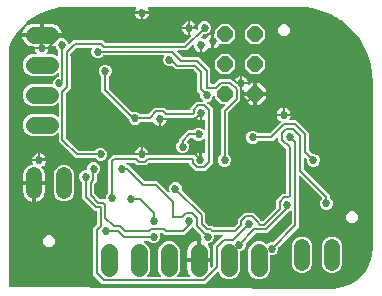
<source format=gbr>
G04 EAGLE Gerber RS-274X export*
G75*
%MOMM*%
%FSLAX34Y34*%
%LPD*%
%INBottom Copper*%
%IPPOS*%
%AMOC8*
5,1,8,0,0,1.08239X$1,22.5*%
G01*
%ADD10C,1.320800*%
%ADD11C,1.422400*%
%ADD12P,1.415766X8X292.500000*%
%ADD13C,0.685800*%
%ADD14C,0.203200*%

G36*
X276696Y957D02*
X276696Y957D01*
X276746Y956D01*
X281249Y1392D01*
X281272Y1398D01*
X281395Y1420D01*
X290079Y4041D01*
X290093Y4048D01*
X290109Y4051D01*
X290260Y4123D01*
X297966Y8907D01*
X297978Y8918D01*
X297993Y8924D01*
X298120Y9033D01*
X304322Y15652D01*
X304331Y15666D01*
X304343Y15676D01*
X304381Y15731D01*
X304398Y15750D01*
X304409Y15772D01*
X304438Y15814D01*
X307532Y21609D01*
X307542Y21640D01*
X307573Y21702D01*
X309018Y25573D01*
X309024Y25606D01*
X309048Y25678D01*
X310139Y30693D01*
X310141Y30726D01*
X310155Y30801D01*
X310521Y35920D01*
X310519Y35941D01*
X310523Y35975D01*
X310523Y176411D01*
X310520Y176428D01*
X310521Y176456D01*
X310064Y184019D01*
X310057Y184049D01*
X310053Y184111D01*
X308687Y191563D01*
X308677Y191592D01*
X308665Y191652D01*
X306411Y198886D01*
X306397Y198913D01*
X306378Y198972D01*
X303269Y205881D01*
X303252Y205906D01*
X303226Y205962D01*
X299306Y212446D01*
X299287Y212469D01*
X299254Y212522D01*
X294582Y218486D01*
X294559Y218507D01*
X294521Y218555D01*
X289163Y223913D01*
X289139Y223930D01*
X289094Y223974D01*
X283130Y228646D01*
X283103Y228661D01*
X283054Y228698D01*
X282196Y229217D01*
X280937Y229979D01*
X277159Y232262D01*
X276571Y232618D01*
X276542Y232629D01*
X276489Y232661D01*
X269580Y235770D01*
X269551Y235778D01*
X269494Y235803D01*
X262260Y238057D01*
X262230Y238061D01*
X262171Y238079D01*
X254719Y239445D01*
X254688Y239445D01*
X254627Y239456D01*
X250147Y239727D01*
X250129Y239725D01*
X250100Y239728D01*
X120535Y239591D01*
X120418Y239572D01*
X120299Y239554D01*
X120296Y239552D01*
X120293Y239551D01*
X120187Y239495D01*
X120081Y239440D01*
X120078Y239438D01*
X120075Y239436D01*
X119992Y239349D01*
X119910Y239263D01*
X119909Y239260D01*
X119906Y239258D01*
X119856Y239149D01*
X119805Y239041D01*
X119804Y239038D01*
X119803Y239034D01*
X119790Y238916D01*
X119775Y238797D01*
X119776Y238793D01*
X119776Y238790D01*
X119801Y238674D01*
X119826Y238556D01*
X119828Y238552D01*
X119828Y238550D01*
X119834Y238539D01*
X119903Y238407D01*
X120290Y237828D01*
X120740Y236741D01*
X120897Y235952D01*
X115191Y235952D01*
X115171Y235949D01*
X115151Y235951D01*
X115050Y235929D01*
X115016Y235923D01*
X115014Y235924D01*
X114995Y235926D01*
X114976Y235933D01*
X114809Y235952D01*
X109103Y235952D01*
X109260Y236741D01*
X109710Y237828D01*
X110089Y238396D01*
X110140Y238507D01*
X110189Y238614D01*
X110190Y238617D01*
X110191Y238619D01*
X110203Y238739D01*
X110216Y238859D01*
X110216Y238861D01*
X110216Y238864D01*
X110190Y238981D01*
X110164Y239099D01*
X110162Y239101D01*
X110162Y239104D01*
X110099Y239207D01*
X110037Y239310D01*
X110035Y239312D01*
X110034Y239314D01*
X109941Y239392D01*
X109850Y239470D01*
X109848Y239471D01*
X109846Y239473D01*
X109734Y239517D01*
X109622Y239561D01*
X109619Y239562D01*
X109617Y239563D01*
X109607Y239563D01*
X109455Y239580D01*
X46048Y239513D01*
X46018Y239508D01*
X45912Y239500D01*
X39783Y238377D01*
X39755Y238367D01*
X39694Y238355D01*
X33644Y236470D01*
X33616Y236456D01*
X33558Y236437D01*
X27779Y233836D01*
X27753Y233820D01*
X27697Y233794D01*
X22274Y230515D01*
X22251Y230496D01*
X22198Y230463D01*
X17210Y226555D01*
X17189Y226532D01*
X17141Y226494D01*
X12660Y222013D01*
X12642Y221988D01*
X12599Y221944D01*
X8690Y216955D01*
X8676Y216928D01*
X8638Y216879D01*
X5360Y211456D01*
X5348Y211428D01*
X5317Y211375D01*
X2716Y205596D01*
X2708Y205566D01*
X2684Y205510D01*
X2575Y205162D01*
X2571Y205131D01*
X2559Y205102D01*
X2541Y204936D01*
X2541Y3283D01*
X2544Y3266D01*
X2542Y3248D01*
X2563Y3144D01*
X2580Y3040D01*
X2589Y3025D01*
X2592Y3007D01*
X2646Y2916D01*
X2696Y2823D01*
X2708Y2811D01*
X2717Y2795D01*
X2797Y2726D01*
X2874Y2654D01*
X2890Y2646D01*
X2903Y2634D01*
X3001Y2594D01*
X3097Y2550D01*
X3115Y2548D01*
X3131Y2541D01*
X3298Y2522D01*
X276669Y953D01*
X276696Y957D01*
G37*
%LPC*%
G36*
X81529Y5079D02*
X81529Y5079D01*
X73791Y12817D01*
X73791Y52263D01*
X76728Y55200D01*
X76781Y55274D01*
X76841Y55343D01*
X76853Y55373D01*
X76872Y55400D01*
X76899Y55486D01*
X76933Y55571D01*
X76937Y55612D01*
X76944Y55635D01*
X76943Y55667D01*
X76951Y55738D01*
X76951Y66190D01*
X76948Y66210D01*
X76950Y66229D01*
X76928Y66331D01*
X76912Y66433D01*
X76902Y66450D01*
X76898Y66470D01*
X76845Y66559D01*
X76796Y66650D01*
X76782Y66664D01*
X76772Y66681D01*
X76693Y66748D01*
X76618Y66820D01*
X76600Y66828D01*
X76585Y66841D01*
X76489Y66880D01*
X76395Y66923D01*
X76375Y66925D01*
X76357Y66933D01*
X76190Y66951D01*
X75227Y66951D01*
X64470Y77708D01*
X64470Y90912D01*
X64456Y91002D01*
X64449Y91093D01*
X64436Y91123D01*
X64431Y91155D01*
X64388Y91235D01*
X64352Y91319D01*
X64327Y91351D01*
X64316Y91372D01*
X64292Y91394D01*
X64247Y91450D01*
X62889Y92809D01*
X62057Y94816D01*
X62057Y96989D01*
X62889Y98996D01*
X64425Y100533D01*
X66433Y101364D01*
X67813Y101364D01*
X67833Y101367D01*
X67853Y101365D01*
X67954Y101387D01*
X68056Y101404D01*
X68073Y101413D01*
X68093Y101417D01*
X68182Y101471D01*
X68273Y101519D01*
X68287Y101533D01*
X68304Y101544D01*
X68371Y101622D01*
X68443Y101697D01*
X68451Y101715D01*
X68464Y101731D01*
X68503Y101827D01*
X68546Y101920D01*
X68548Y101940D01*
X68556Y101959D01*
X68574Y102125D01*
X68574Y103865D01*
X69406Y105872D01*
X70942Y107408D01*
X72950Y108240D01*
X75123Y108240D01*
X77130Y107408D01*
X78666Y105872D01*
X79498Y103865D01*
X79498Y101692D01*
X78666Y99684D01*
X77268Y98286D01*
X77215Y98212D01*
X77155Y98142D01*
X77143Y98112D01*
X77124Y98086D01*
X77098Y97999D01*
X77063Y97914D01*
X77059Y97873D01*
X77052Y97851D01*
X77053Y97819D01*
X77045Y97748D01*
X77045Y91957D01*
X74855Y89767D01*
X74808Y89702D01*
X74793Y89686D01*
X74790Y89679D01*
X74742Y89623D01*
X74730Y89593D01*
X74711Y89567D01*
X74685Y89480D01*
X74650Y89395D01*
X74646Y89354D01*
X74639Y89332D01*
X74640Y89300D01*
X74632Y89228D01*
X74632Y82232D01*
X74647Y82142D01*
X74654Y82051D01*
X74666Y82022D01*
X74672Y81990D01*
X74714Y81909D01*
X74750Y81825D01*
X74776Y81793D01*
X74787Y81772D01*
X74810Y81750D01*
X74855Y81694D01*
X79213Y77336D01*
X79287Y77283D01*
X79357Y77223D01*
X79387Y77211D01*
X79413Y77192D01*
X79500Y77165D01*
X79585Y77131D01*
X79626Y77127D01*
X79648Y77120D01*
X79680Y77121D01*
X79752Y77113D01*
X82946Y77113D01*
X82976Y77083D01*
X83035Y77041D01*
X83087Y76991D01*
X83134Y76969D01*
X83176Y76939D01*
X83245Y76918D01*
X83310Y76888D01*
X83361Y76882D01*
X83411Y76867D01*
X83483Y76868D01*
X83554Y76861D01*
X83605Y76872D01*
X83657Y76873D01*
X83724Y76898D01*
X83795Y76913D01*
X83839Y76940D01*
X83888Y76957D01*
X83944Y77002D01*
X84006Y77039D01*
X84039Y77079D01*
X84080Y77111D01*
X84119Y77171D01*
X84166Y77226D01*
X84185Y77274D01*
X84213Y77318D01*
X84231Y77387D01*
X84257Y77454D01*
X84265Y77525D01*
X84273Y77557D01*
X84271Y77580D01*
X84276Y77621D01*
X84276Y78972D01*
X85107Y80979D01*
X86466Y82338D01*
X86519Y82412D01*
X86579Y82481D01*
X86591Y82511D01*
X86610Y82538D01*
X86636Y82625D01*
X86670Y82709D01*
X86675Y82750D01*
X86682Y82773D01*
X86681Y82805D01*
X86689Y82876D01*
X86689Y110506D01*
X90168Y113985D01*
X108092Y113985D01*
X108112Y113988D01*
X108131Y113986D01*
X108233Y114008D01*
X108335Y114024D01*
X108352Y114034D01*
X108372Y114038D01*
X108389Y114048D01*
X114632Y114048D01*
X114652Y114051D01*
X114672Y114049D01*
X114773Y114071D01*
X114807Y114077D01*
X114809Y114076D01*
X114828Y114074D01*
X114847Y114067D01*
X115014Y114048D01*
X121273Y114048D01*
X121349Y114013D01*
X121369Y114011D01*
X121387Y114003D01*
X121554Y113985D01*
X159223Y113985D01*
X159265Y113992D01*
X159308Y113990D01*
X159386Y114011D01*
X159465Y114024D01*
X159503Y114045D01*
X159544Y114056D01*
X159611Y114102D01*
X159683Y114140D01*
X159712Y114171D01*
X159748Y114195D01*
X159845Y114310D01*
X159846Y114312D01*
X160683Y115148D01*
X161661Y115802D01*
X162747Y116252D01*
X163537Y116409D01*
X163537Y110702D01*
X163540Y110683D01*
X163538Y110663D01*
X163560Y110561D01*
X163576Y110459D01*
X163586Y110442D01*
X163590Y110422D01*
X163643Y110333D01*
X163692Y110242D01*
X163706Y110228D01*
X163716Y110211D01*
X163795Y110144D01*
X163870Y110073D01*
X163888Y110064D01*
X163903Y110051D01*
X163999Y110013D01*
X164093Y109969D01*
X164113Y109967D01*
X164131Y109959D01*
X164298Y109941D01*
X164679Y109941D01*
X164699Y109944D01*
X164718Y109942D01*
X164820Y109964D01*
X164922Y109981D01*
X164939Y109990D01*
X164959Y109994D01*
X165048Y110047D01*
X165139Y110096D01*
X165153Y110110D01*
X165170Y110120D01*
X165237Y110199D01*
X165309Y110274D01*
X165317Y110292D01*
X165330Y110307D01*
X165369Y110404D01*
X165412Y110497D01*
X165414Y110517D01*
X165422Y110535D01*
X165440Y110702D01*
X165440Y116409D01*
X166230Y116252D01*
X167316Y115802D01*
X167505Y115676D01*
X167614Y115626D01*
X167723Y115575D01*
X167726Y115575D01*
X167729Y115574D01*
X167849Y115561D01*
X167967Y115548D01*
X167971Y115549D01*
X167974Y115549D01*
X168090Y115575D01*
X168208Y115601D01*
X168211Y115602D01*
X168214Y115603D01*
X168316Y115665D01*
X168419Y115727D01*
X168421Y115729D01*
X168424Y115731D01*
X168501Y115822D01*
X168579Y115914D01*
X168580Y115917D01*
X168582Y115919D01*
X168626Y116030D01*
X168671Y116142D01*
X168671Y116146D01*
X168672Y116148D01*
X168673Y116159D01*
X168689Y116309D01*
X168689Y128250D01*
X168678Y128321D01*
X168676Y128393D01*
X168658Y128442D01*
X168650Y128493D01*
X168616Y128556D01*
X168591Y128624D01*
X168559Y128664D01*
X168534Y128711D01*
X168482Y128760D01*
X168438Y128816D01*
X168394Y128844D01*
X168356Y128880D01*
X168291Y128910D01*
X168231Y128949D01*
X168180Y128962D01*
X168133Y128984D01*
X168062Y128991D01*
X167992Y129009D01*
X167940Y129005D01*
X167889Y129011D01*
X167818Y128995D01*
X167747Y128990D01*
X167699Y128969D01*
X167648Y128958D01*
X167587Y128922D01*
X167521Y128893D01*
X167465Y128849D01*
X167437Y128832D01*
X167422Y128814D01*
X167390Y128789D01*
X166032Y127431D01*
X164025Y126600D01*
X161852Y126600D01*
X159845Y127431D01*
X158486Y128790D01*
X158412Y128843D01*
X158343Y128902D01*
X158313Y128915D01*
X158286Y128933D01*
X158199Y128960D01*
X158115Y128994D01*
X158074Y128999D01*
X158051Y129006D01*
X158019Y129005D01*
X157948Y129013D01*
X156526Y129013D01*
X156436Y128998D01*
X156345Y128991D01*
X156315Y128978D01*
X156283Y128973D01*
X156203Y128930D01*
X156118Y128895D01*
X156086Y128869D01*
X156066Y128858D01*
X156044Y128835D01*
X155988Y128790D01*
X153419Y126222D01*
X153408Y126205D01*
X153392Y126193D01*
X153336Y126106D01*
X153276Y126022D01*
X153270Y126003D01*
X153259Y125986D01*
X153234Y125886D01*
X153203Y125787D01*
X153204Y125767D01*
X153199Y125747D01*
X153207Y125645D01*
X153210Y125541D01*
X153217Y125522D01*
X153218Y125502D01*
X153258Y125407D01*
X153294Y125310D01*
X153307Y125294D01*
X153314Y125276D01*
X153419Y125145D01*
X153993Y124571D01*
X154825Y122563D01*
X154825Y120391D01*
X153993Y118383D01*
X152457Y116847D01*
X150450Y116015D01*
X148277Y116015D01*
X146269Y116847D01*
X144733Y118383D01*
X143901Y120391D01*
X143901Y122563D01*
X144733Y124571D01*
X146091Y125929D01*
X146145Y126003D01*
X146204Y126073D01*
X146216Y126103D01*
X146235Y126129D01*
X146262Y126216D01*
X146296Y126301D01*
X146300Y126342D01*
X146307Y126364D01*
X146306Y126396D01*
X146314Y126468D01*
X146314Y127740D01*
X153685Y135110D01*
X157948Y135110D01*
X158038Y135125D01*
X158129Y135132D01*
X158159Y135145D01*
X158191Y135150D01*
X158271Y135193D01*
X158355Y135228D01*
X158387Y135254D01*
X158408Y135265D01*
X158430Y135288D01*
X158486Y135333D01*
X159845Y136692D01*
X161852Y137523D01*
X164025Y137523D01*
X166032Y136692D01*
X167390Y135334D01*
X167448Y135292D01*
X167500Y135243D01*
X167547Y135221D01*
X167589Y135191D01*
X167658Y135170D01*
X167723Y135139D01*
X167775Y135134D01*
X167825Y135118D01*
X167896Y135120D01*
X167967Y135112D01*
X168018Y135123D01*
X168070Y135125D01*
X168138Y135149D01*
X168208Y135165D01*
X168253Y135191D01*
X168301Y135209D01*
X168357Y135254D01*
X168419Y135291D01*
X168453Y135330D01*
X168493Y135363D01*
X168532Y135423D01*
X168579Y135478D01*
X168598Y135526D01*
X168626Y135570D01*
X168644Y135639D01*
X168671Y135706D01*
X168679Y135777D01*
X168687Y135808D01*
X168685Y135832D01*
X168689Y135873D01*
X168689Y143819D01*
X168682Y143864D01*
X168684Y143910D01*
X168662Y143985D01*
X168650Y144062D01*
X168628Y144102D01*
X168615Y144147D01*
X168571Y144211D01*
X168534Y144279D01*
X168501Y144311D01*
X168475Y144349D01*
X168412Y144395D01*
X168356Y144449D01*
X168314Y144468D01*
X168278Y144495D01*
X168204Y144519D01*
X168133Y144552D01*
X168087Y144557D01*
X168044Y144572D01*
X167966Y144571D01*
X167889Y144579D01*
X167844Y144570D01*
X167798Y144569D01*
X167666Y144531D01*
X167648Y144527D01*
X167644Y144525D01*
X167637Y144522D01*
X167002Y144260D01*
X166213Y144103D01*
X166213Y149809D01*
X166210Y149829D01*
X166212Y149849D01*
X166190Y149950D01*
X166173Y150052D01*
X166164Y150070D01*
X166159Y150089D01*
X166106Y150178D01*
X166058Y150269D01*
X166044Y150283D01*
X166033Y150300D01*
X165955Y150368D01*
X165880Y150439D01*
X165862Y150447D01*
X165846Y150460D01*
X165750Y150499D01*
X165657Y150542D01*
X165637Y150545D01*
X165618Y150552D01*
X165452Y150571D01*
X165070Y150571D01*
X165051Y150567D01*
X165031Y150570D01*
X164930Y150548D01*
X164828Y150531D01*
X164810Y150522D01*
X164791Y150517D01*
X164702Y150464D01*
X164610Y150416D01*
X164597Y150401D01*
X164580Y150391D01*
X164512Y150312D01*
X164441Y150237D01*
X164433Y150219D01*
X164420Y150204D01*
X164381Y150108D01*
X164337Y150014D01*
X164335Y149995D01*
X164328Y149976D01*
X164309Y149809D01*
X164309Y144103D01*
X163520Y144260D01*
X162433Y144710D01*
X161455Y145363D01*
X160577Y146241D01*
X160561Y146253D01*
X160548Y146269D01*
X160461Y146325D01*
X160377Y146385D01*
X160358Y146391D01*
X160342Y146402D01*
X160241Y146427D01*
X160142Y146457D01*
X160122Y146457D01*
X160103Y146462D01*
X160000Y146454D01*
X159896Y146451D01*
X159878Y146444D01*
X159858Y146443D01*
X159763Y146402D01*
X159665Y146367D01*
X159650Y146354D01*
X159631Y146346D01*
X159500Y146241D01*
X159274Y146015D01*
X136731Y146015D01*
X136711Y146012D01*
X136692Y146014D01*
X136590Y145992D01*
X136488Y145976D01*
X136471Y145966D01*
X136451Y145962D01*
X136434Y145952D01*
X130191Y145952D01*
X130171Y145949D01*
X130151Y145951D01*
X130050Y145929D01*
X129948Y145912D01*
X129930Y145903D01*
X129911Y145898D01*
X129822Y145845D01*
X129731Y145797D01*
X129717Y145783D01*
X129700Y145772D01*
X129632Y145694D01*
X129561Y145619D01*
X129553Y145601D01*
X129540Y145585D01*
X129507Y145504D01*
X129441Y145464D01*
X129349Y145416D01*
X129336Y145401D01*
X129319Y145391D01*
X129251Y145312D01*
X129180Y145237D01*
X129172Y145219D01*
X129159Y145204D01*
X129120Y145108D01*
X129076Y145014D01*
X129074Y144995D01*
X129067Y144976D01*
X129048Y144809D01*
X129048Y139103D01*
X128259Y139260D01*
X127172Y139710D01*
X126194Y140363D01*
X125363Y141194D01*
X124710Y142172D01*
X124447Y142807D01*
X124423Y142846D01*
X124407Y142889D01*
X124358Y142949D01*
X124317Y143016D01*
X124282Y143045D01*
X124253Y143081D01*
X124188Y143123D01*
X124128Y143173D01*
X124085Y143189D01*
X124046Y143214D01*
X123971Y143233D01*
X123898Y143261D01*
X123852Y143263D01*
X123808Y143274D01*
X123730Y143268D01*
X123652Y143271D01*
X123608Y143258D01*
X123563Y143255D01*
X123491Y143224D01*
X123416Y143203D01*
X123379Y143176D01*
X123336Y143158D01*
X123230Y143073D01*
X123214Y143062D01*
X123211Y143058D01*
X123205Y143054D01*
X122715Y142563D01*
X114200Y142563D01*
X114110Y142549D01*
X114019Y142542D01*
X113989Y142529D01*
X113957Y142524D01*
X113876Y142481D01*
X113792Y142445D01*
X113760Y142420D01*
X113740Y142409D01*
X113723Y142391D01*
X113722Y142391D01*
X113714Y142382D01*
X113661Y142340D01*
X112303Y140982D01*
X110295Y140150D01*
X108123Y140150D01*
X106115Y140982D01*
X104579Y142518D01*
X103747Y144526D01*
X103747Y144754D01*
X103733Y144844D01*
X103725Y144935D01*
X103713Y144965D01*
X103708Y144997D01*
X103665Y145077D01*
X103629Y145161D01*
X103603Y145193D01*
X103593Y145214D01*
X103569Y145236D01*
X103524Y145292D01*
X80763Y168054D01*
X80763Y180411D01*
X80748Y180501D01*
X80741Y180592D01*
X80728Y180622D01*
X80723Y180654D01*
X80680Y180734D01*
X80645Y180818D01*
X80619Y180850D01*
X80608Y180871D01*
X80585Y180893D01*
X80540Y180949D01*
X79181Y182308D01*
X78350Y184315D01*
X78350Y186488D01*
X79181Y188495D01*
X80718Y190032D01*
X82725Y190863D01*
X84898Y190863D01*
X86905Y190032D01*
X88442Y188495D01*
X89273Y186488D01*
X89273Y184315D01*
X88442Y182308D01*
X87083Y180949D01*
X87030Y180875D01*
X86971Y180806D01*
X86959Y180776D01*
X86940Y180749D01*
X86913Y180662D01*
X86879Y180578D01*
X86874Y180537D01*
X86867Y180514D01*
X86868Y180482D01*
X86860Y180411D01*
X86860Y170895D01*
X86875Y170804D01*
X86882Y170714D01*
X86895Y170684D01*
X86900Y170652D01*
X86943Y170571D01*
X86979Y170487D01*
X87004Y170455D01*
X87015Y170434D01*
X87039Y170412D01*
X87083Y170356D01*
X106521Y150919D01*
X106615Y150851D01*
X106709Y150781D01*
X106715Y150779D01*
X106720Y150775D01*
X106831Y150741D01*
X106943Y150705D01*
X106950Y150705D01*
X106955Y150703D01*
X107072Y150706D01*
X107189Y150707D01*
X107196Y150709D01*
X107201Y150709D01*
X107219Y150716D01*
X107350Y150754D01*
X108123Y151074D01*
X110295Y151074D01*
X112303Y150242D01*
X113661Y148884D01*
X113735Y148831D01*
X113805Y148771D01*
X113835Y148759D01*
X113861Y148740D01*
X113948Y148713D01*
X114033Y148679D01*
X114074Y148675D01*
X114096Y148668D01*
X114128Y148669D01*
X114200Y148661D01*
X119874Y148661D01*
X119964Y148676D01*
X120055Y148683D01*
X120085Y148695D01*
X120117Y148701D01*
X120197Y148743D01*
X120281Y148779D01*
X120313Y148805D01*
X120334Y148816D01*
X120356Y148839D01*
X120412Y148884D01*
X126054Y154526D01*
X133946Y154526D01*
X135954Y152517D01*
X135955Y152517D01*
X136136Y152336D01*
X136210Y152282D01*
X136279Y152223D01*
X136309Y152211D01*
X136336Y152192D01*
X136423Y152165D01*
X136507Y152131D01*
X136548Y152127D01*
X136571Y152120D01*
X136603Y152121D01*
X136674Y152113D01*
X154974Y152113D01*
X154994Y152116D01*
X155013Y152114D01*
X155115Y152136D01*
X155217Y152152D01*
X155234Y152162D01*
X155254Y152166D01*
X155343Y152219D01*
X155434Y152268D01*
X155448Y152282D01*
X155465Y152292D01*
X155532Y152371D01*
X155604Y152446D01*
X155612Y152464D01*
X155625Y152479D01*
X155664Y152575D01*
X155707Y152669D01*
X155709Y152689D01*
X155717Y152707D01*
X155735Y152874D01*
X155735Y153946D01*
X161315Y159526D01*
X165912Y159526D01*
X165983Y159537D01*
X166055Y159539D01*
X166104Y159557D01*
X166155Y159565D01*
X166218Y159599D01*
X166286Y159624D01*
X166326Y159656D01*
X166373Y159681D01*
X166422Y159733D01*
X166478Y159777D01*
X166506Y159821D01*
X166542Y159859D01*
X166572Y159924D01*
X166611Y159984D01*
X166624Y160035D01*
X166646Y160082D01*
X166653Y160153D01*
X166671Y160223D01*
X166667Y160275D01*
X166673Y160326D01*
X166657Y160397D01*
X166652Y160468D01*
X166631Y160516D01*
X166620Y160567D01*
X166584Y160628D01*
X166555Y160694D01*
X166511Y160750D01*
X166494Y160778D01*
X166476Y160793D01*
X166451Y160825D01*
X165370Y161906D01*
X164538Y163914D01*
X164538Y165835D01*
X164524Y165925D01*
X164516Y166016D01*
X164504Y166046D01*
X164499Y166078D01*
X164456Y166158D01*
X164420Y166242D01*
X164394Y166274D01*
X164383Y166295D01*
X164360Y166317D01*
X164315Y166373D01*
X161951Y168737D01*
X161951Y183422D01*
X161937Y183512D01*
X161929Y183603D01*
X161917Y183633D01*
X161912Y183665D01*
X161869Y183745D01*
X161833Y183829D01*
X161807Y183861D01*
X161796Y183882D01*
X161773Y183904D01*
X161728Y183960D01*
X158960Y186728D01*
X158886Y186781D01*
X158817Y186841D01*
X158787Y186853D01*
X158760Y186872D01*
X158673Y186899D01*
X158589Y186933D01*
X158548Y186937D01*
X158525Y186944D01*
X158493Y186943D01*
X158422Y186951D01*
X143737Y186951D01*
X141005Y189684D01*
X140910Y189752D01*
X140816Y189822D01*
X140810Y189824D01*
X140805Y189827D01*
X140694Y189862D01*
X140582Y189898D01*
X140576Y189898D01*
X140570Y189900D01*
X140453Y189897D01*
X140336Y189896D01*
X140329Y189893D01*
X140324Y189893D01*
X140307Y189887D01*
X140175Y189849D01*
X139425Y189538D01*
X137253Y189538D01*
X135245Y190370D01*
X133709Y191906D01*
X132877Y193914D01*
X132877Y196086D01*
X133561Y197738D01*
X133572Y197782D01*
X133591Y197824D01*
X133600Y197901D01*
X133617Y197977D01*
X133613Y198023D01*
X133618Y198068D01*
X133602Y198145D01*
X133594Y198222D01*
X133576Y198264D01*
X133566Y198309D01*
X133526Y198376D01*
X133494Y198447D01*
X133463Y198481D01*
X133440Y198520D01*
X133381Y198571D01*
X133328Y198628D01*
X133288Y198650D01*
X133253Y198680D01*
X133181Y198709D01*
X133112Y198746D01*
X133067Y198755D01*
X133025Y198772D01*
X132889Y198787D01*
X132870Y198790D01*
X132865Y198789D01*
X132858Y198790D01*
X82670Y198790D01*
X82580Y198776D01*
X82489Y198768D01*
X82459Y198756D01*
X82427Y198751D01*
X82346Y198708D01*
X82262Y198672D01*
X82230Y198646D01*
X82210Y198635D01*
X82187Y198612D01*
X82132Y198567D01*
X80773Y197209D01*
X78766Y196377D01*
X76593Y196377D01*
X74585Y197209D01*
X73049Y198745D01*
X72217Y200753D01*
X72217Y202925D01*
X72751Y204215D01*
X72762Y204259D01*
X72781Y204301D01*
X72790Y204378D01*
X72808Y204454D01*
X72803Y204500D01*
X72808Y204545D01*
X72792Y204622D01*
X72785Y204699D01*
X72766Y204741D01*
X72756Y204786D01*
X72716Y204853D01*
X72685Y204924D01*
X72653Y204958D01*
X72630Y204997D01*
X72571Y205048D01*
X72518Y205105D01*
X72478Y205127D01*
X72443Y205157D01*
X72371Y205186D01*
X72303Y205223D01*
X72257Y205232D01*
X72215Y205249D01*
X72079Y205264D01*
X72061Y205267D01*
X72056Y205266D01*
X72048Y205267D01*
X59894Y205267D01*
X59804Y205253D01*
X59713Y205245D01*
X59683Y205233D01*
X59651Y205228D01*
X59571Y205185D01*
X59487Y205149D01*
X59455Y205123D01*
X59434Y205112D01*
X59412Y205089D01*
X59356Y205044D01*
X54532Y200221D01*
X54479Y200147D01*
X54420Y200077D01*
X54407Y200047D01*
X54389Y200021D01*
X54362Y199934D01*
X54328Y199849D01*
X54323Y199808D01*
X54316Y199786D01*
X54317Y199754D01*
X54309Y199682D01*
X54309Y198445D01*
X54324Y198355D01*
X54331Y198264D01*
X54344Y198235D01*
X54349Y198203D01*
X54392Y198122D01*
X54427Y198038D01*
X54453Y198006D01*
X54464Y197985D01*
X54487Y197963D01*
X54532Y197907D01*
X54785Y197655D01*
X54785Y170473D01*
X50944Y166632D01*
X50891Y166558D01*
X50831Y166489D01*
X50819Y166459D01*
X50800Y166432D01*
X50773Y166345D01*
X50739Y166261D01*
X50735Y166220D01*
X50728Y166197D01*
X50729Y166165D01*
X50721Y166094D01*
X50721Y128906D01*
X50736Y128816D01*
X50743Y128725D01*
X50755Y128695D01*
X50760Y128663D01*
X50803Y128583D01*
X50839Y128499D01*
X50865Y128467D01*
X50876Y128446D01*
X50899Y128424D01*
X50944Y128368D01*
X61040Y118272D01*
X61114Y118219D01*
X61183Y118159D01*
X61213Y118147D01*
X61240Y118128D01*
X61327Y118101D01*
X61411Y118067D01*
X61452Y118063D01*
X61475Y118056D01*
X61507Y118057D01*
X61578Y118049D01*
X75009Y118049D01*
X75099Y118063D01*
X75190Y118071D01*
X75220Y118083D01*
X75252Y118088D01*
X75333Y118131D01*
X75417Y118167D01*
X75449Y118193D01*
X75469Y118204D01*
X75492Y118227D01*
X75548Y118272D01*
X76906Y119630D01*
X78914Y120462D01*
X81086Y120462D01*
X83094Y119630D01*
X84630Y118094D01*
X85462Y116086D01*
X85462Y113914D01*
X84630Y111906D01*
X83094Y110370D01*
X81086Y109538D01*
X78914Y109538D01*
X76906Y110370D01*
X75548Y111728D01*
X75474Y111781D01*
X75404Y111841D01*
X75374Y111853D01*
X75348Y111872D01*
X75261Y111899D01*
X75176Y111933D01*
X75135Y111937D01*
X75113Y111944D01*
X75081Y111943D01*
X75009Y111951D01*
X58737Y111951D01*
X44623Y126065D01*
X44623Y132041D01*
X44612Y132112D01*
X44610Y132183D01*
X44592Y132232D01*
X44584Y132284D01*
X44550Y132347D01*
X44525Y132414D01*
X44493Y132455D01*
X44468Y132501D01*
X44416Y132550D01*
X44372Y132606D01*
X44328Y132634D01*
X44290Y132670D01*
X44225Y132701D01*
X44165Y132739D01*
X44114Y132752D01*
X44067Y132774D01*
X43996Y132782D01*
X43926Y132799D01*
X43874Y132795D01*
X43823Y132801D01*
X43752Y132786D01*
X43681Y132780D01*
X43633Y132760D01*
X43582Y132749D01*
X43521Y132712D01*
X43455Y132684D01*
X43399Y132639D01*
X43371Y132623D01*
X43356Y132605D01*
X43324Y132579D01*
X42692Y131947D01*
X39331Y130555D01*
X21469Y130555D01*
X18108Y131947D01*
X15535Y134520D01*
X14143Y137881D01*
X14143Y141519D01*
X15535Y144880D01*
X18108Y147453D01*
X21469Y148845D01*
X39331Y148845D01*
X42692Y147453D01*
X43324Y146821D01*
X43382Y146779D01*
X43434Y146730D01*
X43481Y146708D01*
X43523Y146677D01*
X43592Y146656D01*
X43657Y146626D01*
X43709Y146620D01*
X43759Y146605D01*
X43830Y146607D01*
X43901Y146599D01*
X43952Y146610D01*
X44004Y146611D01*
X44072Y146636D01*
X44142Y146651D01*
X44187Y146678D01*
X44235Y146696D01*
X44291Y146741D01*
X44353Y146777D01*
X44387Y146817D01*
X44427Y146849D01*
X44466Y146910D01*
X44513Y146964D01*
X44532Y147013D01*
X44560Y147056D01*
X44578Y147126D01*
X44605Y147192D01*
X44613Y147264D01*
X44621Y147295D01*
X44619Y147318D01*
X44623Y147359D01*
X44623Y157441D01*
X44612Y157512D01*
X44610Y157583D01*
X44592Y157632D01*
X44584Y157684D01*
X44550Y157747D01*
X44525Y157814D01*
X44493Y157855D01*
X44468Y157901D01*
X44416Y157950D01*
X44372Y158006D01*
X44328Y158034D01*
X44290Y158070D01*
X44225Y158101D01*
X44165Y158139D01*
X44114Y158152D01*
X44067Y158174D01*
X43996Y158182D01*
X43926Y158199D01*
X43874Y158195D01*
X43823Y158201D01*
X43752Y158186D01*
X43681Y158180D01*
X43633Y158160D01*
X43582Y158149D01*
X43521Y158112D01*
X43455Y158084D01*
X43399Y158039D01*
X43371Y158023D01*
X43356Y158005D01*
X43324Y157979D01*
X42692Y157347D01*
X39331Y155955D01*
X21469Y155955D01*
X18108Y157347D01*
X15535Y159920D01*
X14143Y163281D01*
X14143Y166919D01*
X15535Y170280D01*
X18108Y172853D01*
X21469Y174245D01*
X38777Y174245D01*
X38797Y174248D01*
X38816Y174246D01*
X38918Y174268D01*
X39020Y174284D01*
X39037Y174294D01*
X39057Y174298D01*
X39146Y174351D01*
X39237Y174400D01*
X39251Y174414D01*
X39268Y174424D01*
X39335Y174503D01*
X39407Y174578D01*
X39415Y174596D01*
X39428Y174611D01*
X39467Y174707D01*
X39510Y174801D01*
X39512Y174821D01*
X39520Y174839D01*
X39538Y175006D01*
X39538Y176086D01*
X40370Y178094D01*
X41906Y179630D01*
X43932Y180469D01*
X44003Y180485D01*
X44105Y180501D01*
X44122Y180511D01*
X44142Y180515D01*
X44231Y180568D01*
X44322Y180617D01*
X44336Y180631D01*
X44353Y180641D01*
X44420Y180720D01*
X44492Y180795D01*
X44500Y180813D01*
X44513Y180828D01*
X44552Y180924D01*
X44595Y181018D01*
X44597Y181038D01*
X44605Y181056D01*
X44623Y181223D01*
X44623Y182841D01*
X44612Y182912D01*
X44610Y182983D01*
X44592Y183032D01*
X44584Y183084D01*
X44550Y183147D01*
X44525Y183214D01*
X44493Y183255D01*
X44468Y183301D01*
X44416Y183350D01*
X44372Y183406D01*
X44328Y183434D01*
X44290Y183470D01*
X44225Y183501D01*
X44165Y183539D01*
X44114Y183552D01*
X44067Y183574D01*
X43996Y183582D01*
X43926Y183599D01*
X43874Y183595D01*
X43823Y183601D01*
X43752Y183586D01*
X43681Y183580D01*
X43633Y183560D01*
X43582Y183549D01*
X43521Y183512D01*
X43455Y183484D01*
X43399Y183439D01*
X43371Y183423D01*
X43356Y183405D01*
X43324Y183379D01*
X42692Y182747D01*
X39331Y181355D01*
X21469Y181355D01*
X18108Y182747D01*
X15535Y185320D01*
X14143Y188681D01*
X14143Y192319D01*
X15535Y195680D01*
X18108Y198253D01*
X21469Y199645D01*
X25075Y199645D01*
X25146Y199656D01*
X25217Y199658D01*
X25266Y199676D01*
X25318Y199684D01*
X25381Y199718D01*
X25448Y199743D01*
X25489Y199775D01*
X25535Y199800D01*
X25584Y199851D01*
X25640Y199896D01*
X25669Y199940D01*
X25704Y199978D01*
X25735Y200043D01*
X25773Y200103D01*
X25786Y200154D01*
X25808Y200201D01*
X25816Y200272D01*
X25834Y200342D01*
X25829Y200394D01*
X25835Y200445D01*
X25820Y200516D01*
X25814Y200587D01*
X25794Y200635D01*
X25783Y200686D01*
X25746Y200747D01*
X25718Y200813D01*
X25673Y200869D01*
X25657Y200897D01*
X25639Y200912D01*
X25613Y200944D01*
X25363Y201194D01*
X24710Y202172D01*
X24260Y203259D01*
X24103Y204048D01*
X29809Y204048D01*
X29829Y204051D01*
X29849Y204049D01*
X29950Y204071D01*
X29984Y204077D01*
X29986Y204076D01*
X30005Y204074D01*
X30024Y204067D01*
X30191Y204048D01*
X35897Y204048D01*
X35740Y203259D01*
X35290Y202172D01*
X34637Y201194D01*
X34387Y200944D01*
X34345Y200886D01*
X34296Y200834D01*
X34274Y200787D01*
X34243Y200745D01*
X34222Y200676D01*
X34192Y200611D01*
X34186Y200559D01*
X34171Y200509D01*
X34173Y200438D01*
X34165Y200367D01*
X34176Y200316D01*
X34177Y200264D01*
X34202Y200196D01*
X34217Y200126D01*
X34244Y200081D01*
X34262Y200033D01*
X34306Y199977D01*
X34343Y199915D01*
X34383Y199881D01*
X34415Y199841D01*
X34476Y199802D01*
X34530Y199755D01*
X34579Y199736D01*
X34622Y199708D01*
X34692Y199690D01*
X34758Y199663D01*
X34830Y199655D01*
X34861Y199647D01*
X34884Y199649D01*
X34925Y199645D01*
X39331Y199645D01*
X42692Y198253D01*
X42848Y198096D01*
X42906Y198055D01*
X42958Y198005D01*
X43006Y197983D01*
X43048Y197953D01*
X43116Y197932D01*
X43181Y197902D01*
X43233Y197896D01*
X43283Y197880D01*
X43355Y197882D01*
X43426Y197874D01*
X43477Y197886D01*
X43529Y197887D01*
X43596Y197911D01*
X43666Y197927D01*
X43711Y197953D01*
X43760Y197971D01*
X43816Y198016D01*
X43877Y198053D01*
X43911Y198092D01*
X43952Y198125D01*
X43991Y198185D01*
X44037Y198240D01*
X44057Y198288D01*
X44085Y198332D01*
X44102Y198401D01*
X44129Y198468D01*
X44137Y198539D01*
X44145Y198570D01*
X44143Y198594D01*
X44148Y198635D01*
X44148Y202813D01*
X44133Y202903D01*
X44126Y202994D01*
X44113Y203024D01*
X44108Y203056D01*
X44065Y203136D01*
X44030Y203220D01*
X44004Y203252D01*
X43993Y203273D01*
X43970Y203295D01*
X43925Y203351D01*
X42566Y204710D01*
X41856Y206424D01*
X41796Y206521D01*
X41740Y206618D01*
X41732Y206625D01*
X41726Y206633D01*
X41639Y206705D01*
X41554Y206780D01*
X41545Y206784D01*
X41537Y206790D01*
X41432Y206831D01*
X41327Y206874D01*
X41317Y206875D01*
X41307Y206878D01*
X41195Y206883D01*
X41082Y206891D01*
X41070Y206888D01*
X41062Y206889D01*
X41037Y206882D01*
X40917Y206857D01*
X39772Y206485D01*
X38272Y206247D01*
X36731Y206247D01*
X36711Y206244D01*
X36692Y206246D01*
X36590Y206224D01*
X36488Y206208D01*
X36471Y206198D01*
X36451Y206194D01*
X36362Y206141D01*
X36271Y206092D01*
X36257Y206078D01*
X36240Y206068D01*
X36173Y205989D01*
X36137Y205952D01*
X30952Y205952D01*
X30952Y210897D01*
X31013Y210885D01*
X31108Y210882D01*
X31201Y210871D01*
X31230Y210878D01*
X31259Y210877D01*
X31350Y210904D01*
X31442Y210924D01*
X31467Y210939D01*
X31495Y210947D01*
X31572Y211002D01*
X31653Y211050D01*
X31672Y211072D01*
X31696Y211089D01*
X31751Y211165D01*
X31813Y211237D01*
X31824Y211264D01*
X31841Y211288D01*
X31869Y211377D01*
X31905Y211465D01*
X31909Y211502D01*
X31915Y211522D01*
X31915Y211555D01*
X31923Y211632D01*
X31923Y214377D01*
X47044Y214377D01*
X47007Y214146D01*
X47008Y214066D01*
X46999Y213987D01*
X47008Y213944D01*
X47008Y213900D01*
X47034Y213824D01*
X47051Y213747D01*
X47074Y213709D01*
X47088Y213667D01*
X47136Y213604D01*
X47177Y213536D01*
X47211Y213507D01*
X47238Y213472D01*
X47304Y213427D01*
X47364Y213376D01*
X47405Y213359D01*
X47442Y213334D01*
X47518Y213313D01*
X47592Y213284D01*
X47651Y213277D01*
X47679Y213269D01*
X47707Y213271D01*
X47759Y213265D01*
X48283Y213265D01*
X50290Y212434D01*
X51827Y210897D01*
X52658Y208890D01*
X52658Y208808D01*
X52670Y208737D01*
X52672Y208665D01*
X52690Y208616D01*
X52698Y208565D01*
X52731Y208501D01*
X52756Y208434D01*
X52789Y208393D01*
X52813Y208347D01*
X52865Y208298D01*
X52910Y208242D01*
X52954Y208214D01*
X52991Y208178D01*
X53056Y208148D01*
X53117Y208109D01*
X53167Y208096D01*
X53214Y208074D01*
X53286Y208067D01*
X53355Y208049D01*
X53407Y208053D01*
X53459Y208047D01*
X53529Y208063D01*
X53600Y208068D01*
X53648Y208089D01*
X53699Y208100D01*
X53761Y208136D01*
X53827Y208164D01*
X53883Y208209D01*
X53910Y208226D01*
X53926Y208244D01*
X53958Y208269D01*
X57053Y211365D01*
X81625Y211365D01*
X83634Y209356D01*
X83815Y209175D01*
X83889Y209122D01*
X83958Y209062D01*
X83988Y209050D01*
X84015Y209031D01*
X84102Y209004D01*
X84186Y208970D01*
X84227Y208966D01*
X84250Y208959D01*
X84282Y208960D01*
X84353Y208952D01*
X150305Y208952D01*
X150396Y208966D01*
X150486Y208974D01*
X150516Y208986D01*
X150548Y208991D01*
X150629Y209034D01*
X150713Y209070D01*
X150745Y209096D01*
X150766Y209107D01*
X150788Y209130D01*
X150844Y209175D01*
X156177Y214508D01*
X156219Y214566D01*
X156268Y214618D01*
X156290Y214665D01*
X156320Y214707D01*
X156341Y214776D01*
X156372Y214841D01*
X156377Y214893D01*
X156393Y214943D01*
X156391Y215014D01*
X156399Y215085D01*
X156388Y215136D01*
X156386Y215188D01*
X156362Y215256D01*
X156346Y215326D01*
X156320Y215371D01*
X156302Y215419D01*
X156257Y215475D01*
X156220Y215537D01*
X156181Y215571D01*
X156148Y215611D01*
X156088Y215650D01*
X156033Y215697D01*
X155985Y215716D01*
X155952Y215738D01*
X155952Y220825D01*
X161046Y220825D01*
X161068Y220765D01*
X161100Y220724D01*
X161125Y220678D01*
X161177Y220629D01*
X161222Y220573D01*
X161265Y220545D01*
X161303Y220509D01*
X161368Y220479D01*
X161429Y220440D01*
X161479Y220427D01*
X161526Y220405D01*
X161597Y220397D01*
X161667Y220380D01*
X161719Y220384D01*
X161770Y220378D01*
X161841Y220394D01*
X161912Y220399D01*
X161960Y220419D01*
X162011Y220431D01*
X162072Y220467D01*
X162139Y220496D01*
X162194Y220540D01*
X162222Y220557D01*
X162237Y220574D01*
X162270Y220600D01*
X162306Y220637D01*
X162359Y220711D01*
X162418Y220780D01*
X162430Y220810D01*
X162449Y220837D01*
X162476Y220923D01*
X162510Y221008D01*
X162515Y221049D01*
X162522Y221072D01*
X162521Y221104D01*
X162529Y221175D01*
X162529Y223096D01*
X163360Y225104D01*
X164896Y226640D01*
X166904Y227471D01*
X169077Y227471D01*
X171084Y226640D01*
X172621Y225104D01*
X173452Y223096D01*
X173452Y220923D01*
X172621Y218916D01*
X171084Y217379D01*
X169077Y216548D01*
X167155Y216548D01*
X167065Y216533D01*
X166974Y216526D01*
X166945Y216513D01*
X166913Y216508D01*
X166832Y216466D01*
X166748Y216430D01*
X166716Y216404D01*
X166695Y216393D01*
X166673Y216370D01*
X166617Y216325D01*
X164838Y214546D01*
X164797Y214488D01*
X164747Y214436D01*
X164725Y214389D01*
X164695Y214347D01*
X164674Y214278D01*
X164644Y214213D01*
X164638Y214161D01*
X164623Y214111D01*
X164624Y214040D01*
X164617Y213969D01*
X164628Y213918D01*
X164629Y213866D01*
X164654Y213798D01*
X164669Y213728D01*
X164695Y213683D01*
X164713Y213635D01*
X164758Y213579D01*
X164795Y213517D01*
X164835Y213483D01*
X164867Y213443D01*
X164927Y213404D01*
X164982Y213357D01*
X165030Y213338D01*
X165074Y213310D01*
X165143Y213292D01*
X165210Y213265D01*
X165281Y213257D01*
X165313Y213249D01*
X165336Y213251D01*
X165377Y213247D01*
X165588Y213247D01*
X166741Y213017D01*
X167828Y212567D01*
X168134Y212363D01*
X168220Y212324D01*
X168302Y212278D01*
X168331Y212273D01*
X168358Y212261D01*
X168452Y212251D01*
X168544Y212235D01*
X168573Y212239D01*
X168602Y212236D01*
X168694Y212257D01*
X168788Y212270D01*
X168814Y212284D01*
X168842Y212290D01*
X168923Y212339D01*
X169007Y212382D01*
X169027Y212403D01*
X169052Y212418D01*
X169113Y212490D01*
X169179Y212558D01*
X169197Y212590D01*
X169211Y212606D01*
X169223Y212637D01*
X169260Y212704D01*
X169524Y213341D01*
X170177Y214319D01*
X171009Y215151D01*
X171986Y215804D01*
X173073Y216254D01*
X173862Y216411D01*
X173862Y210705D01*
X173866Y210685D01*
X173863Y210665D01*
X173885Y210564D01*
X173891Y210529D01*
X173891Y210528D01*
X173888Y210508D01*
X173881Y210490D01*
X173862Y210323D01*
X173862Y204616D01*
X173073Y204773D01*
X171986Y205224D01*
X171680Y205428D01*
X171595Y205467D01*
X171512Y205513D01*
X171483Y205518D01*
X171457Y205530D01*
X171363Y205539D01*
X171270Y205556D01*
X171241Y205552D01*
X171212Y205555D01*
X171120Y205534D01*
X171027Y205520D01*
X171000Y205507D01*
X170972Y205501D01*
X170891Y205452D01*
X170807Y205409D01*
X170787Y205388D01*
X170762Y205373D01*
X170701Y205300D01*
X170635Y205233D01*
X170617Y205201D01*
X170603Y205185D01*
X170591Y205154D01*
X170554Y205086D01*
X170290Y204449D01*
X169637Y203471D01*
X168806Y202640D01*
X167828Y201987D01*
X166741Y201537D01*
X165952Y201380D01*
X165952Y207086D01*
X165949Y207106D01*
X165951Y207126D01*
X165929Y207227D01*
X165912Y207329D01*
X165903Y207347D01*
X165898Y207366D01*
X165845Y207455D01*
X165797Y207546D01*
X165783Y207560D01*
X165772Y207577D01*
X165694Y207645D01*
X165619Y207716D01*
X165601Y207724D01*
X165585Y207737D01*
X165489Y207776D01*
X165396Y207819D01*
X165376Y207822D01*
X165357Y207829D01*
X165191Y207848D01*
X164809Y207848D01*
X164790Y207844D01*
X164770Y207847D01*
X164669Y207825D01*
X164567Y207808D01*
X164549Y207799D01*
X164530Y207794D01*
X164441Y207741D01*
X164349Y207693D01*
X164336Y207678D01*
X164319Y207668D01*
X164251Y207589D01*
X164180Y207514D01*
X164172Y207496D01*
X164159Y207481D01*
X164120Y207385D01*
X164076Y207291D01*
X164074Y207272D01*
X164067Y207253D01*
X164048Y207086D01*
X164048Y201380D01*
X163259Y201537D01*
X162172Y201987D01*
X161194Y202640D01*
X160363Y203471D01*
X159710Y204449D01*
X159260Y205536D01*
X159030Y206689D01*
X159030Y206900D01*
X159019Y206971D01*
X159017Y207043D01*
X158999Y207092D01*
X158991Y207143D01*
X158957Y207206D01*
X158932Y207274D01*
X158900Y207314D01*
X158875Y207360D01*
X158823Y207410D01*
X158779Y207466D01*
X158735Y207494D01*
X158697Y207530D01*
X158632Y207560D01*
X158572Y207599D01*
X158521Y207611D01*
X158474Y207633D01*
X158403Y207641D01*
X158333Y207659D01*
X158281Y207655D01*
X158230Y207660D01*
X158159Y207645D01*
X158088Y207640D01*
X158040Y207619D01*
X157989Y207608D01*
X157928Y207571D01*
X157862Y207543D01*
X157806Y207499D01*
X157778Y207482D01*
X157763Y207464D01*
X157731Y207439D01*
X153146Y202854D01*
X145794Y202854D01*
X145723Y202843D01*
X145652Y202841D01*
X145603Y202823D01*
X145551Y202815D01*
X145488Y202781D01*
X145421Y202756D01*
X145380Y202724D01*
X145334Y202699D01*
X145285Y202648D01*
X145229Y202603D01*
X145200Y202559D01*
X145164Y202521D01*
X145134Y202456D01*
X145096Y202396D01*
X145083Y202345D01*
X145061Y202298D01*
X145053Y202227D01*
X145035Y202157D01*
X145040Y202105D01*
X145034Y202054D01*
X145049Y201983D01*
X145055Y201912D01*
X145075Y201864D01*
X145086Y201813D01*
X145123Y201752D01*
X145151Y201686D01*
X145196Y201630D01*
X145212Y201602D01*
X145230Y201587D01*
X145256Y201555D01*
X149475Y197336D01*
X149549Y197283D01*
X149618Y197223D01*
X149648Y197211D01*
X149674Y197192D01*
X149761Y197165D01*
X149846Y197131D01*
X149887Y197127D01*
X149910Y197120D01*
X149942Y197121D01*
X150013Y197113D01*
X162946Y197113D01*
X173049Y187010D01*
X173049Y175287D01*
X173052Y175267D01*
X173050Y175248D01*
X173072Y175146D01*
X173088Y175044D01*
X173098Y175027D01*
X173102Y175007D01*
X173155Y174918D01*
X173204Y174827D01*
X173218Y174813D01*
X173228Y174796D01*
X173307Y174729D01*
X173382Y174657D01*
X173400Y174649D01*
X173415Y174636D01*
X173511Y174597D01*
X173605Y174554D01*
X173625Y174552D01*
X173643Y174544D01*
X173810Y174526D01*
X175839Y174526D01*
X175929Y174540D01*
X176020Y174548D01*
X176050Y174560D01*
X176082Y174565D01*
X176163Y174608D01*
X176247Y174644D01*
X176279Y174670D01*
X176299Y174681D01*
X176322Y174704D01*
X176378Y174749D01*
X180266Y178637D01*
X190734Y178637D01*
X192090Y177281D01*
X192127Y177255D01*
X192158Y177221D01*
X192226Y177183D01*
X192289Y177138D01*
X192333Y177124D01*
X192374Y177102D01*
X192450Y177088D01*
X192525Y177065D01*
X192570Y177067D01*
X192616Y177058D01*
X192693Y177070D01*
X192770Y177072D01*
X192814Y177088D01*
X192859Y177094D01*
X192928Y177130D01*
X193001Y177156D01*
X193037Y177185D01*
X193078Y177206D01*
X193133Y177261D01*
X193193Y177310D01*
X193218Y177349D01*
X193250Y177381D01*
X193316Y177501D01*
X193326Y177517D01*
X193328Y177522D01*
X193331Y177528D01*
X193594Y178163D01*
X194247Y179141D01*
X195079Y179972D01*
X196057Y180625D01*
X197143Y181075D01*
X197933Y181232D01*
X197933Y176287D01*
X194922Y176287D01*
X194851Y176275D01*
X194780Y176273D01*
X194731Y176255D01*
X194679Y176247D01*
X194616Y176214D01*
X194549Y176189D01*
X194508Y176156D01*
X194462Y176132D01*
X194413Y176080D01*
X194357Y176035D01*
X194328Y175991D01*
X194293Y175954D01*
X194262Y175889D01*
X194224Y175828D01*
X194211Y175778D01*
X194189Y175731D01*
X194181Y175659D01*
X194164Y175590D01*
X194168Y175538D01*
X194162Y175486D01*
X194177Y175416D01*
X194183Y175344D01*
X194203Y175297D01*
X194214Y175246D01*
X194251Y175184D01*
X194279Y175118D01*
X194324Y175062D01*
X194340Y175035D01*
X194358Y175019D01*
X194384Y174987D01*
X194765Y174606D01*
X194839Y174553D01*
X194908Y174494D01*
X194938Y174481D01*
X194965Y174463D01*
X195052Y174436D01*
X195136Y174402D01*
X195177Y174397D01*
X195200Y174390D01*
X195232Y174391D01*
X195303Y174383D01*
X197933Y174383D01*
X197933Y171754D01*
X197947Y171664D01*
X197954Y171573D01*
X197967Y171543D01*
X197972Y171511D01*
X198015Y171430D01*
X198051Y171347D01*
X198076Y171314D01*
X198087Y171294D01*
X198111Y171272D01*
X198137Y171239D01*
X198137Y160766D01*
X188272Y150901D01*
X188219Y150827D01*
X188159Y150757D01*
X188147Y150727D01*
X188128Y150701D01*
X188101Y150614D01*
X188067Y150529D01*
X188063Y150488D01*
X188056Y150466D01*
X188057Y150434D01*
X188049Y150362D01*
X188049Y114991D01*
X188063Y114901D01*
X188071Y114810D01*
X188083Y114780D01*
X188088Y114748D01*
X188131Y114667D01*
X188167Y114583D01*
X188193Y114551D01*
X188204Y114531D01*
X188227Y114508D01*
X188272Y114452D01*
X189630Y113094D01*
X190462Y111086D01*
X190462Y108914D01*
X189630Y106906D01*
X188094Y105370D01*
X186086Y104538D01*
X183914Y104538D01*
X181906Y105370D01*
X180370Y106906D01*
X179538Y108914D01*
X179538Y111086D01*
X180370Y113094D01*
X181728Y114452D01*
X181781Y114526D01*
X181841Y114596D01*
X181853Y114626D01*
X181872Y114652D01*
X181899Y114739D01*
X181933Y114824D01*
X181937Y114865D01*
X181944Y114887D01*
X181943Y114919D01*
X181951Y114991D01*
X181951Y153203D01*
X184876Y156128D01*
X184918Y156186D01*
X184967Y156238D01*
X184989Y156285D01*
X185019Y156327D01*
X185040Y156396D01*
X185071Y156461D01*
X185076Y156513D01*
X185092Y156563D01*
X185090Y156634D01*
X185098Y156705D01*
X185087Y156756D01*
X185085Y156808D01*
X185061Y156876D01*
X185045Y156946D01*
X185019Y156991D01*
X185001Y157039D01*
X184956Y157095D01*
X184919Y157157D01*
X184880Y157191D01*
X184847Y157231D01*
X184787Y157270D01*
X184732Y157317D01*
X184684Y157336D01*
X184640Y157364D01*
X184571Y157382D01*
X184504Y157409D01*
X184433Y157417D01*
X184402Y157425D01*
X184378Y157423D01*
X184337Y157427D01*
X181949Y157427D01*
X176927Y162449D01*
X176927Y163625D01*
X176912Y163721D01*
X176902Y163818D01*
X176892Y163842D01*
X176888Y163867D01*
X176842Y163953D01*
X176802Y164042D01*
X176785Y164062D01*
X176772Y164085D01*
X176702Y164152D01*
X176636Y164224D01*
X176613Y164236D01*
X176594Y164254D01*
X176506Y164295D01*
X176420Y164342D01*
X176395Y164347D01*
X176371Y164358D01*
X176274Y164369D01*
X176178Y164386D01*
X176152Y164382D01*
X176127Y164385D01*
X176031Y164364D01*
X175935Y164350D01*
X175912Y164338D01*
X175886Y164333D01*
X175803Y164283D01*
X175716Y164239D01*
X175697Y164220D01*
X175675Y164206D01*
X175612Y164132D01*
X175544Y164063D01*
X175528Y164034D01*
X175515Y164020D01*
X175503Y163989D01*
X175463Y163916D01*
X174630Y161906D01*
X173094Y160370D01*
X171086Y159538D01*
X171032Y159538D01*
X170961Y159527D01*
X170890Y159525D01*
X170841Y159507D01*
X170789Y159499D01*
X170726Y159465D01*
X170659Y159440D01*
X170618Y159408D01*
X170572Y159383D01*
X170523Y159331D01*
X170467Y159287D01*
X170438Y159243D01*
X170402Y159205D01*
X170372Y159140D01*
X170334Y159080D01*
X170321Y159029D01*
X170299Y158982D01*
X170291Y158911D01*
X170273Y158841D01*
X170278Y158789D01*
X170272Y158738D01*
X170287Y158667D01*
X170293Y158596D01*
X170313Y158548D01*
X170324Y158497D01*
X170361Y158436D01*
X170389Y158370D01*
X170434Y158314D01*
X170450Y158286D01*
X170468Y158271D01*
X170494Y158239D01*
X171216Y157517D01*
X174787Y153946D01*
X174787Y107338D01*
X168434Y100986D01*
X160543Y100986D01*
X154963Y106566D01*
X154963Y107126D01*
X154960Y107146D01*
X154962Y107165D01*
X154940Y107267D01*
X154923Y107369D01*
X154914Y107386D01*
X154909Y107406D01*
X154856Y107495D01*
X154808Y107586D01*
X154794Y107600D01*
X154783Y107617D01*
X154705Y107684D01*
X154630Y107756D01*
X154612Y107764D01*
X154596Y107777D01*
X154500Y107816D01*
X154407Y107859D01*
X154387Y107861D01*
X154368Y107869D01*
X154202Y107887D01*
X121497Y107887D01*
X121407Y107873D01*
X121316Y107865D01*
X121286Y107853D01*
X121254Y107848D01*
X121174Y107805D01*
X121090Y107769D01*
X121058Y107743D01*
X121037Y107732D01*
X121015Y107709D01*
X120959Y107664D01*
X118769Y105474D01*
X110877Y105474D01*
X108687Y107664D01*
X108613Y107717D01*
X108544Y107777D01*
X108514Y107789D01*
X108487Y107808D01*
X108401Y107835D01*
X108316Y107869D01*
X108275Y107873D01*
X108252Y107880D01*
X108220Y107879D01*
X108149Y107887D01*
X102688Y107887D01*
X102617Y107876D01*
X102545Y107874D01*
X102496Y107856D01*
X102445Y107848D01*
X102382Y107814D01*
X102314Y107789D01*
X102274Y107757D01*
X102228Y107732D01*
X102178Y107680D01*
X102122Y107636D01*
X102094Y107592D01*
X102058Y107554D01*
X102028Y107489D01*
X101989Y107429D01*
X101977Y107378D01*
X101955Y107331D01*
X101947Y107260D01*
X101929Y107190D01*
X101933Y107138D01*
X101928Y107087D01*
X101943Y107016D01*
X101948Y106945D01*
X101969Y106897D01*
X101980Y106846D01*
X102017Y106785D01*
X102045Y106719D01*
X102090Y106663D01*
X102106Y106635D01*
X102124Y106620D01*
X102150Y106588D01*
X102922Y105815D01*
X102996Y105762D01*
X103065Y105703D01*
X103096Y105691D01*
X103122Y105672D01*
X103209Y105645D01*
X103294Y105611D01*
X103335Y105606D01*
X103357Y105599D01*
X103389Y105600D01*
X103460Y105592D01*
X103719Y105592D01*
X116976Y92336D01*
X117050Y92283D01*
X117119Y92223D01*
X117149Y92211D01*
X117176Y92192D01*
X117263Y92165D01*
X117347Y92131D01*
X117388Y92127D01*
X117411Y92120D01*
X117443Y92121D01*
X117514Y92113D01*
X127946Y92113D01*
X137123Y82936D01*
X137202Y82879D01*
X137277Y82817D01*
X137301Y82808D01*
X137323Y82793D01*
X137416Y82764D01*
X137506Y82729D01*
X137533Y82728D01*
X137558Y82720D01*
X137655Y82723D01*
X137752Y82719D01*
X137777Y82726D01*
X137803Y82727D01*
X137895Y82760D01*
X137988Y82787D01*
X138010Y82802D01*
X138034Y82811D01*
X138111Y82872D01*
X138190Y82928D01*
X138206Y82948D01*
X138227Y82965D01*
X138279Y83047D01*
X138337Y83125D01*
X138345Y83150D01*
X138360Y83172D01*
X138383Y83266D01*
X138413Y83359D01*
X138413Y83385D01*
X138420Y83410D01*
X138412Y83507D01*
X138411Y83605D01*
X138402Y83636D01*
X138400Y83655D01*
X138388Y83686D01*
X138364Y83766D01*
X137952Y84760D01*
X137952Y86933D01*
X138784Y88940D01*
X140320Y90477D01*
X142328Y91308D01*
X144501Y91308D01*
X146508Y90477D01*
X148044Y88940D01*
X148876Y86933D01*
X148876Y85012D01*
X148891Y84922D01*
X148898Y84831D01*
X148910Y84801D01*
X148916Y84769D01*
X148958Y84688D01*
X148994Y84604D01*
X149020Y84572D01*
X149031Y84552D01*
X149054Y84529D01*
X149099Y84473D01*
X168590Y64983D01*
X168590Y57314D01*
X168604Y57223D01*
X168612Y57133D01*
X168624Y57103D01*
X168629Y57071D01*
X168672Y56990D01*
X168708Y56906D01*
X168734Y56874D01*
X168745Y56853D01*
X168768Y56831D01*
X168813Y56775D01*
X170839Y54749D01*
X170913Y54696D01*
X170983Y54636D01*
X171013Y54624D01*
X171039Y54605D01*
X171126Y54578D01*
X171211Y54544D01*
X171252Y54540D01*
X171274Y54533D01*
X171306Y54534D01*
X171378Y54526D01*
X174475Y54526D01*
X175729Y53272D01*
X175803Y53219D01*
X175872Y53159D01*
X175902Y53147D01*
X175929Y53128D01*
X176015Y53101D01*
X176100Y53067D01*
X176141Y53063D01*
X176164Y53056D01*
X176196Y53057D01*
X176267Y53049D01*
X192400Y53049D01*
X192491Y53063D01*
X192581Y53071D01*
X192611Y53083D01*
X192643Y53088D01*
X192724Y53131D01*
X192808Y53167D01*
X192840Y53193D01*
X192861Y53204D01*
X192883Y53227D01*
X192939Y53272D01*
X195812Y56145D01*
X195865Y56219D01*
X195925Y56289D01*
X195937Y56319D01*
X195956Y56345D01*
X195983Y56432D01*
X196017Y56517D01*
X196021Y56558D01*
X196028Y56580D01*
X196027Y56612D01*
X196035Y56684D01*
X196035Y59781D01*
X201615Y65361D01*
X209507Y65361D01*
X215107Y59761D01*
X215109Y59739D01*
X215121Y59709D01*
X215126Y59677D01*
X215169Y59597D01*
X215205Y59513D01*
X215231Y59481D01*
X215242Y59460D01*
X215265Y59438D01*
X215310Y59382D01*
X216040Y58652D01*
X216114Y58599D01*
X216183Y58539D01*
X216213Y58527D01*
X216240Y58508D01*
X216327Y58481D01*
X216411Y58447D01*
X216452Y58443D01*
X216475Y58436D01*
X216507Y58437D01*
X216578Y58429D01*
X216738Y58429D01*
X216829Y58443D01*
X216919Y58451D01*
X216949Y58463D01*
X216981Y58468D01*
X217062Y58511D01*
X217146Y58547D01*
X217178Y58573D01*
X217199Y58584D01*
X217221Y58607D01*
X217277Y58652D01*
X228252Y69627D01*
X228305Y69701D01*
X228364Y69770D01*
X228377Y69800D01*
X228395Y69827D01*
X228422Y69914D01*
X228456Y69998D01*
X228461Y70039D01*
X228468Y70062D01*
X228467Y70094D01*
X228475Y70165D01*
X228475Y75945D01*
X234055Y81525D01*
X236190Y81525D01*
X236210Y81528D01*
X236229Y81526D01*
X236331Y81548D01*
X236433Y81565D01*
X236450Y81574D01*
X236470Y81578D01*
X236559Y81632D01*
X236650Y81680D01*
X236664Y81694D01*
X236681Y81705D01*
X236748Y81783D01*
X236820Y81858D01*
X236828Y81876D01*
X236841Y81892D01*
X236880Y81988D01*
X236923Y82081D01*
X236925Y82101D01*
X236933Y82120D01*
X236951Y82286D01*
X236951Y119262D01*
X236937Y119352D01*
X236929Y119443D01*
X236917Y119473D01*
X236912Y119505D01*
X236869Y119585D01*
X236833Y119669D01*
X236807Y119701D01*
X236796Y119722D01*
X236773Y119744D01*
X236728Y119800D01*
X230474Y126054D01*
X230474Y129232D01*
X230463Y129303D01*
X230461Y129375D01*
X230443Y129424D01*
X230435Y129475D01*
X230401Y129538D01*
X230376Y129606D01*
X230344Y129646D01*
X230319Y129692D01*
X230267Y129742D01*
X230223Y129798D01*
X230179Y129826D01*
X230141Y129862D01*
X230076Y129892D01*
X230016Y129931D01*
X229965Y129943D01*
X229918Y129965D01*
X229847Y129973D01*
X229777Y129991D01*
X229725Y129987D01*
X229674Y129992D01*
X229603Y129977D01*
X229532Y129972D01*
X229484Y129951D01*
X229433Y129940D01*
X229372Y129903D01*
X229306Y129875D01*
X229250Y129830D01*
X229222Y129814D01*
X229207Y129796D01*
X229175Y129770D01*
X225882Y126477D01*
X213942Y126477D01*
X213852Y126463D01*
X213761Y126455D01*
X213731Y126443D01*
X213699Y126438D01*
X213618Y126395D01*
X213534Y126359D01*
X213502Y126333D01*
X213482Y126322D01*
X213459Y126299D01*
X213403Y126254D01*
X212045Y124896D01*
X210037Y124064D01*
X207865Y124064D01*
X205857Y124896D01*
X204321Y126432D01*
X203489Y128440D01*
X203489Y130612D01*
X204321Y132620D01*
X205857Y134156D01*
X207865Y134988D01*
X210037Y134988D01*
X212045Y134156D01*
X213403Y132798D01*
X213477Y132745D01*
X213547Y132685D01*
X213577Y132673D01*
X213603Y132654D01*
X213690Y132627D01*
X213775Y132593D01*
X213816Y132589D01*
X213838Y132582D01*
X213870Y132583D01*
X213942Y132575D01*
X223041Y132575D01*
X223131Y132589D01*
X223222Y132597D01*
X223251Y132609D01*
X223283Y132614D01*
X223364Y132657D01*
X223448Y132693D01*
X223480Y132719D01*
X223501Y132730D01*
X223523Y132753D01*
X223579Y132798D01*
X232669Y141888D01*
X232696Y141925D01*
X232729Y141956D01*
X232767Y142024D01*
X232812Y142087D01*
X232826Y142131D01*
X232848Y142172D01*
X232862Y142248D01*
X232885Y142323D01*
X232884Y142368D01*
X232892Y142414D01*
X232880Y142491D01*
X232878Y142568D01*
X232863Y142611D01*
X232856Y142657D01*
X232821Y142726D01*
X232794Y142799D01*
X232765Y142835D01*
X232744Y142876D01*
X232689Y142931D01*
X232640Y142991D01*
X232602Y143016D01*
X232569Y143048D01*
X232449Y143114D01*
X232433Y143124D01*
X232428Y143126D01*
X232422Y143129D01*
X232172Y143233D01*
X231194Y143886D01*
X230363Y144717D01*
X229710Y145695D01*
X229260Y146782D01*
X229103Y147571D01*
X234809Y147571D01*
X234829Y147574D01*
X234849Y147572D01*
X234950Y147594D01*
X234984Y147600D01*
X234986Y147599D01*
X235005Y147597D01*
X235024Y147590D01*
X235191Y147571D01*
X240897Y147571D01*
X240740Y146782D01*
X240290Y145695D01*
X239998Y145257D01*
X239675Y144774D01*
X239625Y144665D01*
X239574Y144556D01*
X239574Y144553D01*
X239573Y144550D01*
X239560Y144429D01*
X239547Y144312D01*
X239548Y144308D01*
X239548Y144305D01*
X239574Y144189D01*
X239600Y144071D01*
X239601Y144068D01*
X239602Y144065D01*
X239664Y143963D01*
X239726Y143860D01*
X239728Y143858D01*
X239730Y143855D01*
X239822Y143778D01*
X239913Y143700D01*
X239916Y143699D01*
X239918Y143697D01*
X240029Y143653D01*
X240141Y143608D01*
X240145Y143608D01*
X240147Y143607D01*
X240158Y143606D01*
X240308Y143590D01*
X245629Y143590D01*
X256177Y133042D01*
X256177Y118450D01*
X256191Y118360D01*
X256199Y118269D01*
X256211Y118239D01*
X256216Y118207D01*
X256259Y118127D01*
X256295Y118043D01*
X256321Y118011D01*
X256332Y117990D01*
X256355Y117968D01*
X256400Y117912D01*
X258627Y115685D01*
X258701Y115632D01*
X258770Y115572D01*
X258800Y115560D01*
X258827Y115541D01*
X258914Y115514D01*
X258998Y115480D01*
X259039Y115476D01*
X259062Y115469D01*
X259094Y115470D01*
X259165Y115462D01*
X261086Y115462D01*
X263094Y114630D01*
X264630Y113094D01*
X265462Y111086D01*
X265462Y108914D01*
X264630Y106906D01*
X263094Y105370D01*
X261086Y104538D01*
X258914Y104538D01*
X256906Y105370D01*
X255370Y106906D01*
X254538Y108914D01*
X254538Y110835D01*
X254524Y110924D01*
X254516Y111016D01*
X254504Y111046D01*
X254499Y111078D01*
X254456Y111158D01*
X254420Y111242D01*
X254394Y111274D01*
X254383Y111295D01*
X254360Y111317D01*
X254315Y111373D01*
X253412Y112276D01*
X253354Y112318D01*
X253302Y112367D01*
X253255Y112389D01*
X253213Y112420D01*
X253144Y112441D01*
X253079Y112471D01*
X253027Y112477D01*
X252977Y112492D01*
X252906Y112490D01*
X252835Y112498D01*
X252784Y112487D01*
X252732Y112486D01*
X252664Y112461D01*
X252594Y112446D01*
X252549Y112419D01*
X252501Y112401D01*
X252445Y112356D01*
X252383Y112320D01*
X252349Y112280D01*
X252309Y112248D01*
X252270Y112187D01*
X252223Y112133D01*
X252204Y112084D01*
X252176Y112041D01*
X252158Y111971D01*
X252131Y111905D01*
X252123Y111833D01*
X252115Y111802D01*
X252117Y111779D01*
X252113Y111738D01*
X252113Y102514D01*
X252127Y102424D01*
X252135Y102333D01*
X252147Y102303D01*
X252152Y102271D01*
X252195Y102191D01*
X252231Y102107D01*
X252257Y102075D01*
X252268Y102054D01*
X252291Y102032D01*
X252336Y101976D01*
X274110Y80202D01*
X274110Y78500D01*
X274124Y78410D01*
X274132Y78319D01*
X274144Y78289D01*
X274149Y78257D01*
X274192Y78176D01*
X274228Y78092D01*
X274254Y78060D01*
X274265Y78040D01*
X274288Y78017D01*
X274333Y77961D01*
X275691Y76603D01*
X276523Y74595D01*
X276523Y72423D01*
X275691Y70415D01*
X274155Y68879D01*
X272147Y68047D01*
X269975Y68047D01*
X267967Y68879D01*
X266431Y70415D01*
X265599Y72423D01*
X265599Y74595D01*
X266431Y76603D01*
X267220Y77392D01*
X267232Y77408D01*
X267247Y77421D01*
X267303Y77508D01*
X267363Y77592D01*
X267369Y77611D01*
X267380Y77627D01*
X267405Y77728D01*
X267436Y77827D01*
X267435Y77847D01*
X267440Y77866D01*
X267432Y77969D01*
X267429Y78073D01*
X267423Y78091D01*
X267421Y78111D01*
X267381Y78206D01*
X267345Y78304D01*
X267332Y78319D01*
X267325Y78338D01*
X267220Y78469D01*
X249348Y96340D01*
X249290Y96382D01*
X249238Y96431D01*
X249191Y96453D01*
X249149Y96484D01*
X249080Y96505D01*
X249015Y96535D01*
X248963Y96541D01*
X248913Y96556D01*
X248842Y96554D01*
X248771Y96562D01*
X248720Y96551D01*
X248668Y96550D01*
X248600Y96525D01*
X248530Y96510D01*
X248485Y96483D01*
X248437Y96465D01*
X248381Y96420D01*
X248319Y96384D01*
X248285Y96344D01*
X248245Y96312D01*
X248206Y96251D01*
X248159Y96197D01*
X248140Y96148D01*
X248112Y96105D01*
X248094Y96035D01*
X248067Y95969D01*
X248059Y95897D01*
X248051Y95866D01*
X248053Y95843D01*
X248049Y95802D01*
X248049Y53576D01*
X246040Y51567D01*
X230685Y36212D01*
X230632Y36138D01*
X230572Y36069D01*
X230560Y36039D01*
X230541Y36012D01*
X230514Y35925D01*
X230480Y35841D01*
X230476Y35800D01*
X230469Y35777D01*
X230470Y35745D01*
X230462Y35674D01*
X230462Y33753D01*
X229630Y31745D01*
X228094Y30209D01*
X226086Y29377D01*
X223906Y29377D01*
X223886Y29374D01*
X223867Y29376D01*
X223765Y29354D01*
X223663Y29338D01*
X223646Y29328D01*
X223626Y29324D01*
X223537Y29271D01*
X223446Y29222D01*
X223432Y29208D01*
X223415Y29198D01*
X223348Y29119D01*
X223276Y29044D01*
X223268Y29026D01*
X223255Y29011D01*
X223216Y28915D01*
X223173Y28821D01*
X223171Y28801D01*
X223163Y28783D01*
X223145Y28616D01*
X223145Y16469D01*
X221753Y13108D01*
X219180Y10535D01*
X215819Y9143D01*
X212181Y9143D01*
X208820Y10535D01*
X206247Y13108D01*
X204855Y16469D01*
X204855Y34331D01*
X206247Y37692D01*
X208820Y40265D01*
X212181Y41657D01*
X215819Y41657D01*
X219180Y40265D01*
X220402Y39042D01*
X220419Y39030D01*
X220431Y39015D01*
X220518Y38959D01*
X220602Y38899D01*
X220621Y38893D01*
X220638Y38882D01*
X220738Y38857D01*
X220837Y38826D01*
X220857Y38827D01*
X220877Y38822D01*
X220980Y38830D01*
X221083Y38833D01*
X221102Y38839D01*
X221122Y38841D01*
X221217Y38881D01*
X221314Y38917D01*
X221330Y38930D01*
X221348Y38937D01*
X221479Y39042D01*
X221906Y39469D01*
X223914Y40301D01*
X225835Y40301D01*
X225925Y40315D01*
X226016Y40323D01*
X226046Y40335D01*
X226078Y40340D01*
X226158Y40383D01*
X226242Y40419D01*
X226274Y40445D01*
X226295Y40456D01*
X226317Y40479D01*
X226373Y40524D01*
X241728Y55879D01*
X241781Y55953D01*
X241841Y56022D01*
X241853Y56052D01*
X241872Y56079D01*
X241899Y56166D01*
X241933Y56250D01*
X241937Y56291D01*
X241944Y56314D01*
X241943Y56346D01*
X241951Y56417D01*
X241951Y66585D01*
X241944Y66630D01*
X241946Y66676D01*
X241924Y66751D01*
X241912Y66828D01*
X241890Y66868D01*
X241877Y66912D01*
X241833Y66976D01*
X241796Y67045D01*
X241763Y67077D01*
X241737Y67114D01*
X241674Y67161D01*
X241618Y67214D01*
X241576Y67234D01*
X241540Y67261D01*
X241466Y67285D01*
X241395Y67318D01*
X241349Y67323D01*
X241306Y67337D01*
X241228Y67337D01*
X241151Y67345D01*
X241106Y67335D01*
X241060Y67335D01*
X240928Y67297D01*
X240910Y67293D01*
X240906Y67290D01*
X240899Y67288D01*
X239989Y66911D01*
X239933Y66877D01*
X239873Y66851D01*
X239808Y66799D01*
X239780Y66782D01*
X239767Y66767D01*
X239742Y66746D01*
X239040Y66045D01*
X221263Y48267D01*
X211780Y48267D01*
X211690Y48253D01*
X211599Y48245D01*
X211569Y48233D01*
X211537Y48228D01*
X211457Y48185D01*
X211373Y48149D01*
X211341Y48123D01*
X211320Y48112D01*
X211298Y48089D01*
X211242Y48044D01*
X203048Y39850D01*
X202995Y39776D01*
X202935Y39707D01*
X202923Y39677D01*
X202904Y39650D01*
X202877Y39564D01*
X202843Y39479D01*
X202839Y39438D01*
X202832Y39415D01*
X202833Y39383D01*
X202825Y39312D01*
X202825Y37391D01*
X201993Y35383D01*
X200457Y33847D01*
X198425Y33005D01*
X198365Y32992D01*
X198263Y32976D01*
X198246Y32966D01*
X198226Y32962D01*
X198137Y32909D01*
X198046Y32861D01*
X198032Y32846D01*
X198015Y32836D01*
X197948Y32757D01*
X197876Y32682D01*
X197868Y32664D01*
X197855Y32649D01*
X197816Y32553D01*
X197773Y32459D01*
X197771Y32439D01*
X197763Y32421D01*
X197745Y32254D01*
X197745Y16469D01*
X196353Y13108D01*
X193780Y10535D01*
X190419Y9143D01*
X186781Y9143D01*
X183420Y10535D01*
X180847Y13108D01*
X180069Y14988D01*
X180045Y15027D01*
X180029Y15070D01*
X179980Y15131D01*
X179939Y15197D01*
X179904Y15226D01*
X179875Y15262D01*
X179810Y15304D01*
X179750Y15354D01*
X179707Y15370D01*
X179668Y15395D01*
X179593Y15414D01*
X179520Y15442D01*
X179474Y15444D01*
X179430Y15455D01*
X179352Y15449D01*
X179274Y15453D01*
X179230Y15440D01*
X179184Y15436D01*
X179113Y15406D01*
X179038Y15384D01*
X179000Y15358D01*
X178958Y15340D01*
X178851Y15255D01*
X178836Y15244D01*
X178833Y15240D01*
X178827Y15235D01*
X168671Y5079D01*
X81529Y5079D01*
G37*
%LPD*%
G36*
X130212Y11188D02*
X130212Y11188D01*
X130283Y11190D01*
X130332Y11208D01*
X130384Y11216D01*
X130447Y11250D01*
X130514Y11275D01*
X130555Y11307D01*
X130601Y11332D01*
X130650Y11384D01*
X130706Y11428D01*
X130734Y11472D01*
X130770Y11510D01*
X130801Y11575D01*
X130839Y11635D01*
X130852Y11686D01*
X130874Y11733D01*
X130882Y11804D01*
X130899Y11874D01*
X130895Y11926D01*
X130901Y11977D01*
X130886Y12048D01*
X130880Y12119D01*
X130860Y12167D01*
X130849Y12218D01*
X130812Y12279D01*
X130784Y12345D01*
X130739Y12401D01*
X130723Y12429D01*
X130705Y12444D01*
X130679Y12476D01*
X130047Y13108D01*
X128655Y16469D01*
X128655Y34331D01*
X130047Y37692D01*
X132620Y40265D01*
X135981Y41657D01*
X139619Y41657D01*
X142980Y40265D01*
X145553Y37692D01*
X146945Y34331D01*
X146945Y16469D01*
X145553Y13108D01*
X144921Y12476D01*
X144879Y12418D01*
X144830Y12366D01*
X144808Y12319D01*
X144777Y12277D01*
X144756Y12208D01*
X144726Y12143D01*
X144720Y12091D01*
X144705Y12041D01*
X144707Y11970D01*
X144699Y11899D01*
X144710Y11848D01*
X144711Y11796D01*
X144736Y11728D01*
X144751Y11658D01*
X144778Y11613D01*
X144796Y11565D01*
X144841Y11509D01*
X144877Y11447D01*
X144917Y11413D01*
X144949Y11373D01*
X145010Y11334D01*
X145064Y11287D01*
X145113Y11268D01*
X145156Y11240D01*
X145226Y11222D01*
X145292Y11195D01*
X145364Y11187D01*
X145395Y11179D01*
X145418Y11181D01*
X145459Y11177D01*
X154941Y11177D01*
X154953Y11179D01*
X154965Y11177D01*
X155074Y11199D01*
X155184Y11216D01*
X155194Y11222D01*
X155206Y11224D01*
X155303Y11280D01*
X155401Y11332D01*
X155409Y11340D01*
X155420Y11346D01*
X155494Y11429D01*
X155571Y11510D01*
X155576Y11521D01*
X155584Y11530D01*
X155627Y11632D01*
X155674Y11733D01*
X155676Y11745D01*
X155680Y11756D01*
X155689Y11867D01*
X155701Y11977D01*
X155699Y11989D01*
X155700Y12001D01*
X155673Y12109D01*
X155649Y12218D01*
X155643Y12228D01*
X155640Y12240D01*
X155557Y12385D01*
X154944Y13229D01*
X154254Y14583D01*
X153785Y16028D01*
X153547Y17528D01*
X153547Y23877D01*
X162438Y23877D01*
X162458Y23880D01*
X162477Y23878D01*
X162579Y23900D01*
X162681Y23917D01*
X162698Y23926D01*
X162718Y23930D01*
X162807Y23983D01*
X162898Y24032D01*
X162912Y24046D01*
X162929Y24056D01*
X162996Y24135D01*
X163067Y24210D01*
X163076Y24228D01*
X163089Y24243D01*
X163127Y24339D01*
X163171Y24433D01*
X163173Y24453D01*
X163181Y24471D01*
X163199Y24638D01*
X163199Y25401D01*
X163201Y25401D01*
X163201Y24638D01*
X163204Y24618D01*
X163202Y24599D01*
X163224Y24497D01*
X163241Y24395D01*
X163250Y24378D01*
X163254Y24358D01*
X163307Y24269D01*
X163356Y24178D01*
X163370Y24164D01*
X163380Y24147D01*
X163459Y24080D01*
X163534Y24009D01*
X163552Y24000D01*
X163567Y23987D01*
X163663Y23948D01*
X163757Y23905D01*
X163777Y23903D01*
X163795Y23895D01*
X163962Y23877D01*
X172853Y23877D01*
X172853Y19722D01*
X172864Y19651D01*
X172866Y19579D01*
X172884Y19530D01*
X172892Y19479D01*
X172926Y19416D01*
X172951Y19348D01*
X172983Y19308D01*
X173008Y19262D01*
X173060Y19212D01*
X173104Y19156D01*
X173148Y19128D01*
X173186Y19092D01*
X173251Y19062D01*
X173311Y19023D01*
X173362Y19010D01*
X173409Y18989D01*
X173480Y18981D01*
X173550Y18963D01*
X173602Y18967D01*
X173653Y18961D01*
X173724Y18977D01*
X173795Y18982D01*
X173843Y19003D01*
X173894Y19014D01*
X173955Y19051D01*
X174021Y19079D01*
X174077Y19123D01*
X174105Y19140D01*
X174120Y19158D01*
X174152Y19183D01*
X175168Y20199D01*
X175221Y20273D01*
X175254Y20311D01*
X175260Y20317D01*
X175260Y20319D01*
X175281Y20343D01*
X175293Y20373D01*
X175312Y20399D01*
X175339Y20486D01*
X175343Y20496D01*
X175363Y20540D01*
X175364Y20550D01*
X175373Y20571D01*
X175377Y20612D01*
X175384Y20634D01*
X175383Y20666D01*
X175391Y20738D01*
X175391Y37983D01*
X177400Y39992D01*
X181120Y43712D01*
X183060Y45652D01*
X183102Y45710D01*
X183151Y45762D01*
X183173Y45809D01*
X183203Y45851D01*
X183224Y45920D01*
X183255Y45985D01*
X183260Y46037D01*
X183276Y46087D01*
X183274Y46158D01*
X183282Y46229D01*
X183271Y46280D01*
X183269Y46332D01*
X183245Y46400D01*
X183229Y46470D01*
X183203Y46515D01*
X183185Y46563D01*
X183140Y46619D01*
X183103Y46681D01*
X183064Y46715D01*
X183031Y46755D01*
X182971Y46794D01*
X182916Y46841D01*
X182868Y46860D01*
X182824Y46888D01*
X182755Y46906D01*
X182688Y46933D01*
X182617Y46941D01*
X182586Y46949D01*
X182562Y46947D01*
X182521Y46951D01*
X176752Y46951D01*
X176732Y46948D01*
X176713Y46950D01*
X176611Y46928D01*
X176509Y46912D01*
X176492Y46902D01*
X176472Y46898D01*
X176383Y46845D01*
X176292Y46796D01*
X176278Y46782D01*
X176261Y46772D01*
X176194Y46693D01*
X176122Y46618D01*
X176114Y46600D01*
X176101Y46585D01*
X176062Y46489D01*
X176019Y46395D01*
X176017Y46375D01*
X176009Y46357D01*
X175991Y46190D01*
X175991Y43914D01*
X175159Y41906D01*
X173623Y40370D01*
X171615Y39538D01*
X171521Y39538D01*
X171509Y39536D01*
X171497Y39538D01*
X171387Y39516D01*
X171278Y39499D01*
X171267Y39493D01*
X171256Y39491D01*
X171158Y39435D01*
X171060Y39383D01*
X171052Y39375D01*
X171042Y39369D01*
X170968Y39286D01*
X170891Y39205D01*
X170886Y39194D01*
X170878Y39185D01*
X170834Y39083D01*
X170787Y38982D01*
X170786Y38970D01*
X170781Y38959D01*
X170773Y38848D01*
X170760Y38738D01*
X170763Y38726D01*
X170762Y38714D01*
X170789Y38606D01*
X170813Y38497D01*
X170819Y38487D01*
X170822Y38475D01*
X170905Y38330D01*
X171456Y37571D01*
X172146Y36217D01*
X172615Y34772D01*
X172853Y33272D01*
X172853Y26923D01*
X164723Y26923D01*
X164723Y42065D01*
X164727Y42065D01*
X164788Y42063D01*
X164806Y42068D01*
X164824Y42068D01*
X164898Y42093D01*
X164938Y42100D01*
X164965Y42114D01*
X165024Y42131D01*
X165039Y42142D01*
X165056Y42148D01*
X165119Y42196D01*
X165156Y42215D01*
X165177Y42238D01*
X165226Y42272D01*
X165237Y42286D01*
X165252Y42297D01*
X165295Y42361D01*
X165325Y42394D01*
X165339Y42423D01*
X165373Y42469D01*
X165379Y42486D01*
X165389Y42502D01*
X165408Y42573D01*
X165429Y42617D01*
X165433Y42652D01*
X165449Y42703D01*
X165449Y42721D01*
X165454Y42739D01*
X165450Y42808D01*
X165456Y42861D01*
X165447Y42900D01*
X165447Y42949D01*
X165441Y42970D01*
X165440Y42984D01*
X165428Y43014D01*
X165406Y43088D01*
X165404Y43101D01*
X165402Y43104D01*
X165400Y43110D01*
X165067Y43914D01*
X165067Y45835D01*
X165053Y45925D01*
X165045Y46016D01*
X165033Y46046D01*
X165028Y46078D01*
X164985Y46158D01*
X164949Y46242D01*
X164923Y46274D01*
X164912Y46295D01*
X164889Y46317D01*
X164844Y46373D01*
X158303Y52915D01*
X158287Y52926D01*
X158274Y52942D01*
X158187Y52998D01*
X158103Y53058D01*
X158084Y53064D01*
X158067Y53075D01*
X157967Y53100D01*
X157868Y53131D01*
X157848Y53130D01*
X157829Y53135D01*
X157726Y53127D01*
X157622Y53124D01*
X157603Y53117D01*
X157583Y53116D01*
X157489Y53075D01*
X157391Y53040D01*
X157375Y53027D01*
X157357Y53019D01*
X157226Y52915D01*
X156040Y51728D01*
X151263Y46951D01*
X133737Y46951D01*
X132483Y48205D01*
X132409Y48258D01*
X132340Y48318D01*
X132310Y48330D01*
X132283Y48349D01*
X132196Y48376D01*
X132112Y48410D01*
X132071Y48414D01*
X132048Y48421D01*
X132016Y48420D01*
X131945Y48428D01*
X130631Y48428D01*
X130586Y48421D01*
X130540Y48423D01*
X130465Y48401D01*
X130388Y48389D01*
X130348Y48367D01*
X130304Y48354D01*
X130240Y48310D01*
X130171Y48273D01*
X130139Y48240D01*
X130102Y48214D01*
X130055Y48151D01*
X130001Y48095D01*
X129982Y48053D01*
X129955Y48017D01*
X129931Y47943D01*
X129898Y47872D01*
X129893Y47826D01*
X129879Y47783D01*
X129879Y47705D01*
X129871Y47628D01*
X129881Y47583D01*
X129881Y47537D01*
X129919Y47405D01*
X129923Y47387D01*
X129926Y47383D01*
X129928Y47376D01*
X130462Y46086D01*
X130462Y43914D01*
X129630Y41906D01*
X128094Y40370D01*
X126086Y39538D01*
X123914Y39538D01*
X121906Y40370D01*
X120548Y41728D01*
X120474Y41781D01*
X120404Y41841D01*
X120374Y41853D01*
X120348Y41872D01*
X120261Y41899D01*
X120176Y41933D01*
X120135Y41937D01*
X120113Y41944D01*
X120081Y41943D01*
X120009Y41951D01*
X117335Y41951D01*
X117239Y41936D01*
X117142Y41926D01*
X117118Y41916D01*
X117092Y41912D01*
X117006Y41866D01*
X116917Y41826D01*
X116898Y41809D01*
X116875Y41796D01*
X116808Y41726D01*
X116736Y41660D01*
X116723Y41637D01*
X116705Y41618D01*
X116664Y41530D01*
X116617Y41444D01*
X116613Y41419D01*
X116602Y41395D01*
X116591Y41298D01*
X116574Y41202D01*
X116578Y41176D01*
X116575Y41151D01*
X116595Y41056D01*
X116610Y40959D01*
X116621Y40936D01*
X116627Y40910D01*
X116677Y40827D01*
X116721Y40740D01*
X116740Y40721D01*
X116753Y40699D01*
X116827Y40636D01*
X116897Y40568D01*
X116925Y40552D01*
X116940Y40539D01*
X116971Y40527D01*
X117044Y40487D01*
X117580Y40265D01*
X120153Y37692D01*
X121545Y34331D01*
X121545Y16469D01*
X120153Y13108D01*
X119521Y12476D01*
X119479Y12418D01*
X119430Y12366D01*
X119408Y12319D01*
X119377Y12277D01*
X119356Y12208D01*
X119326Y12143D01*
X119320Y12091D01*
X119305Y12041D01*
X119307Y11970D01*
X119299Y11899D01*
X119310Y11848D01*
X119311Y11796D01*
X119336Y11728D01*
X119351Y11658D01*
X119378Y11613D01*
X119396Y11565D01*
X119441Y11509D01*
X119477Y11447D01*
X119517Y11413D01*
X119549Y11373D01*
X119610Y11334D01*
X119664Y11287D01*
X119713Y11268D01*
X119756Y11240D01*
X119826Y11222D01*
X119892Y11195D01*
X119964Y11187D01*
X119995Y11179D01*
X120018Y11181D01*
X120059Y11177D01*
X130141Y11177D01*
X130212Y11188D01*
G37*
%LPC*%
G36*
X47250Y75187D02*
X47250Y75187D01*
X44076Y76502D01*
X41646Y78932D01*
X40331Y82106D01*
X40331Y98750D01*
X41646Y101924D01*
X44076Y104354D01*
X47250Y105669D01*
X50686Y105669D01*
X53860Y104354D01*
X56290Y101924D01*
X57605Y98750D01*
X57605Y82106D01*
X56290Y78932D01*
X53860Y76502D01*
X50686Y75187D01*
X47250Y75187D01*
G37*
%LPD*%
%LPC*%
G36*
X248782Y14559D02*
X248782Y14559D01*
X245608Y15874D01*
X243178Y18304D01*
X241863Y21478D01*
X241863Y38122D01*
X243178Y41296D01*
X245608Y43726D01*
X248782Y45041D01*
X252218Y45041D01*
X255392Y43726D01*
X257822Y41296D01*
X259137Y38122D01*
X259137Y21478D01*
X257822Y18304D01*
X255392Y15874D01*
X252218Y14559D01*
X248782Y14559D01*
G37*
%LPD*%
%LPC*%
G36*
X274182Y14559D02*
X274182Y14559D01*
X271008Y15874D01*
X268578Y18304D01*
X267263Y21478D01*
X267263Y38122D01*
X268578Y41296D01*
X271008Y43726D01*
X274182Y45041D01*
X277618Y45041D01*
X280792Y43726D01*
X283222Y41296D01*
X284537Y38122D01*
X284537Y21478D01*
X283222Y18304D01*
X280792Y15874D01*
X277618Y14559D01*
X274182Y14559D01*
G37*
%LPD*%
%LPC*%
G36*
X175766Y210323D02*
X175766Y210323D01*
X175764Y210332D01*
X175765Y210336D01*
X175763Y210345D01*
X175765Y210363D01*
X175743Y210464D01*
X175737Y210498D01*
X175738Y210500D01*
X175740Y210519D01*
X175747Y210538D01*
X175766Y210705D01*
X175766Y216411D01*
X176017Y216361D01*
X176112Y216358D01*
X176205Y216348D01*
X176234Y216354D01*
X176263Y216353D01*
X176354Y216380D01*
X176446Y216400D01*
X176471Y216415D01*
X176499Y216423D01*
X176576Y216478D01*
X176657Y216526D01*
X176676Y216548D01*
X176700Y216565D01*
X176755Y216641D01*
X176817Y216713D01*
X176828Y216740D01*
X176845Y216764D01*
X176873Y216853D01*
X176909Y216941D01*
X176913Y216978D01*
X176919Y216998D01*
X176919Y217031D01*
X176927Y217108D01*
X176927Y220351D01*
X181949Y225373D01*
X189051Y225373D01*
X194073Y220351D01*
X194073Y213249D01*
X189051Y208227D01*
X181949Y208227D01*
X181609Y208567D01*
X181572Y208594D01*
X181541Y208628D01*
X181493Y208654D01*
X181482Y208664D01*
X181466Y208670D01*
X181409Y208711D01*
X181365Y208725D01*
X181325Y208747D01*
X181248Y208760D01*
X181174Y208783D01*
X181128Y208782D01*
X181083Y208790D01*
X181006Y208779D01*
X180928Y208777D01*
X180885Y208761D01*
X180840Y208755D01*
X180770Y208719D01*
X180697Y208693D01*
X180661Y208664D01*
X180620Y208643D01*
X180566Y208587D01*
X180505Y208539D01*
X180480Y208500D01*
X180448Y208467D01*
X180382Y208347D01*
X180372Y208332D01*
X180371Y208327D01*
X180367Y208321D01*
X180105Y207686D01*
X179451Y206708D01*
X178620Y205877D01*
X177642Y205223D01*
X176555Y204773D01*
X175766Y204616D01*
X175766Y210323D01*
G37*
%LPD*%
%LPC*%
G36*
X23567Y90427D02*
X23567Y90427D01*
X23567Y91190D01*
X23564Y91210D01*
X23566Y91229D01*
X23544Y91331D01*
X23527Y91433D01*
X23518Y91450D01*
X23514Y91470D01*
X23461Y91559D01*
X23412Y91650D01*
X23398Y91664D01*
X23388Y91681D01*
X23309Y91748D01*
X23234Y91819D01*
X23216Y91828D01*
X23201Y91841D01*
X23105Y91879D01*
X23011Y91923D01*
X22991Y91925D01*
X22973Y91933D01*
X22806Y91951D01*
X14423Y91951D01*
X14423Y97933D01*
X14775Y99699D01*
X15464Y101364D01*
X16465Y102861D01*
X17739Y104135D01*
X19236Y105136D01*
X20901Y105825D01*
X22152Y106074D01*
X22195Y106090D01*
X22240Y106097D01*
X22310Y106133D01*
X22382Y106160D01*
X22418Y106189D01*
X22459Y106211D01*
X22513Y106267D01*
X22573Y106316D01*
X22598Y106354D01*
X22629Y106388D01*
X22663Y106458D01*
X22704Y106524D01*
X22715Y106568D01*
X22735Y106610D01*
X22744Y106687D01*
X22762Y106763D01*
X22759Y106808D01*
X22764Y106854D01*
X22748Y106930D01*
X22741Y107008D01*
X22723Y107050D01*
X22714Y107095D01*
X22656Y107205D01*
X22197Y108314D01*
X22040Y109104D01*
X27747Y109104D01*
X27766Y109107D01*
X27786Y109105D01*
X27887Y109127D01*
X27922Y109133D01*
X27923Y109132D01*
X27943Y109130D01*
X27961Y109122D01*
X28128Y109104D01*
X33835Y109104D01*
X33678Y108314D01*
X33228Y107228D01*
X32574Y106250D01*
X31743Y105419D01*
X30765Y104765D01*
X30405Y104616D01*
X30366Y104592D01*
X30323Y104576D01*
X30262Y104528D01*
X30196Y104487D01*
X30166Y104451D01*
X30131Y104423D01*
X30089Y104357D01*
X30039Y104297D01*
X30022Y104254D01*
X29998Y104216D01*
X29979Y104140D01*
X29951Y104067D01*
X29949Y104022D01*
X29938Y103977D01*
X29944Y103900D01*
X29940Y103822D01*
X29953Y103778D01*
X29957Y103732D01*
X29987Y103660D01*
X30009Y103586D01*
X30035Y103548D01*
X30053Y103506D01*
X30139Y103399D01*
X30149Y103383D01*
X30153Y103380D01*
X30158Y103375D01*
X30671Y102861D01*
X31672Y101364D01*
X32361Y99699D01*
X32713Y97933D01*
X32713Y91951D01*
X24330Y91951D01*
X24310Y91948D01*
X24291Y91950D01*
X24189Y91928D01*
X24087Y91911D01*
X24070Y91902D01*
X24050Y91898D01*
X23961Y91845D01*
X23870Y91796D01*
X23856Y91782D01*
X23839Y91772D01*
X23772Y91693D01*
X23701Y91618D01*
X23692Y91600D01*
X23679Y91585D01*
X23641Y91488D01*
X23597Y91395D01*
X23595Y91375D01*
X23587Y91357D01*
X23569Y91190D01*
X23569Y90427D01*
X23567Y90427D01*
G37*
%LPD*%
%LPC*%
G36*
X207349Y182827D02*
X207349Y182827D01*
X202327Y187849D01*
X202327Y194951D01*
X207349Y199973D01*
X214451Y199973D01*
X219473Y194951D01*
X219473Y187849D01*
X214451Y182827D01*
X207349Y182827D01*
G37*
%LPD*%
%LPC*%
G36*
X181949Y182827D02*
X181949Y182827D01*
X176927Y187849D01*
X176927Y194951D01*
X181949Y199973D01*
X189051Y199973D01*
X194073Y194951D01*
X194073Y187849D01*
X189051Y182827D01*
X181949Y182827D01*
G37*
%LPD*%
%LPC*%
G36*
X207349Y208227D02*
X207349Y208227D01*
X202327Y213249D01*
X202327Y220351D01*
X207349Y225373D01*
X214451Y225373D01*
X219473Y220351D01*
X219473Y213249D01*
X214451Y208227D01*
X207349Y208227D01*
G37*
%LPD*%
%LPC*%
G36*
X23870Y205952D02*
X23870Y205952D01*
X23861Y205960D01*
X23851Y205977D01*
X23772Y206044D01*
X23697Y206116D01*
X23679Y206124D01*
X23664Y206137D01*
X23568Y206176D01*
X23474Y206219D01*
X23454Y206221D01*
X23436Y206229D01*
X23269Y206247D01*
X22528Y206247D01*
X21028Y206485D01*
X19583Y206954D01*
X18229Y207644D01*
X17000Y208537D01*
X15925Y209612D01*
X15032Y210841D01*
X14342Y212195D01*
X13873Y213640D01*
X13756Y214377D01*
X28877Y214377D01*
X28877Y211731D01*
X28880Y211711D01*
X28878Y211692D01*
X28900Y211590D01*
X28917Y211488D01*
X28926Y211471D01*
X28930Y211451D01*
X28983Y211362D01*
X29032Y211271D01*
X29046Y211257D01*
X29048Y211253D01*
X29048Y205952D01*
X23870Y205952D01*
G37*
%LPD*%
%LPC*%
G36*
X31923Y217423D02*
X31923Y217423D01*
X31923Y225553D01*
X38272Y225553D01*
X39772Y225315D01*
X41217Y224846D01*
X42571Y224156D01*
X43800Y223263D01*
X44875Y222188D01*
X45768Y220959D01*
X46458Y219605D01*
X46927Y218160D01*
X47044Y217423D01*
X31923Y217423D01*
G37*
%LPD*%
%LPC*%
G36*
X13756Y217423D02*
X13756Y217423D01*
X13873Y218160D01*
X14342Y219605D01*
X15032Y220959D01*
X15925Y222188D01*
X17000Y223263D01*
X18229Y224156D01*
X19583Y224846D01*
X21028Y225315D01*
X22528Y225553D01*
X28877Y225553D01*
X28877Y217423D01*
X13756Y217423D01*
G37*
%LPD*%
%LPC*%
G36*
X153547Y26923D02*
X153547Y26923D01*
X153547Y33272D01*
X153785Y34772D01*
X154254Y36217D01*
X154944Y37571D01*
X155837Y38800D01*
X156912Y39875D01*
X158141Y40768D01*
X159495Y41458D01*
X160940Y41927D01*
X161677Y42044D01*
X161677Y26923D01*
X153547Y26923D01*
G37*
%LPD*%
%LPC*%
G36*
X25091Y88905D02*
X25091Y88905D01*
X32713Y88905D01*
X32713Y82923D01*
X32361Y81156D01*
X31672Y79492D01*
X30671Y77994D01*
X29398Y76721D01*
X27900Y75720D01*
X26235Y75031D01*
X25091Y74803D01*
X25091Y88905D01*
G37*
%LPD*%
%LPC*%
G36*
X20901Y75031D02*
X20901Y75031D01*
X19236Y75720D01*
X17739Y76721D01*
X16465Y77994D01*
X15464Y79492D01*
X14775Y81156D01*
X14423Y82923D01*
X14423Y88905D01*
X22045Y88905D01*
X22045Y74803D01*
X20901Y75031D01*
G37*
%LPD*%
%LPC*%
G36*
X233365Y215321D02*
X233365Y215321D01*
X230559Y218127D01*
X230559Y222096D01*
X233365Y224902D01*
X237334Y224902D01*
X240141Y222096D01*
X240141Y218127D01*
X237334Y215321D01*
X233365Y215321D01*
G37*
%LPD*%
%LPC*%
G36*
X290933Y57010D02*
X290933Y57010D01*
X288127Y59816D01*
X288127Y63785D01*
X290933Y66591D01*
X294902Y66591D01*
X297708Y63785D01*
X297708Y59816D01*
X294902Y57010D01*
X290933Y57010D01*
G37*
%LPD*%
%LPC*%
G36*
X34419Y36692D02*
X34419Y36692D01*
X31612Y39498D01*
X31612Y43467D01*
X34419Y46273D01*
X38387Y46273D01*
X41194Y43467D01*
X41194Y39498D01*
X38387Y36692D01*
X34419Y36692D01*
G37*
%LPD*%
%LPC*%
G36*
X201819Y167523D02*
X201819Y167523D01*
X201819Y168950D01*
X201812Y168995D01*
X201814Y169041D01*
X201792Y169116D01*
X201780Y169193D01*
X201758Y169233D01*
X201745Y169277D01*
X201701Y169341D01*
X201664Y169410D01*
X201631Y169442D01*
X201605Y169479D01*
X201542Y169526D01*
X201486Y169579D01*
X201444Y169599D01*
X201408Y169626D01*
X201334Y169650D01*
X201263Y169683D01*
X201217Y169688D01*
X201174Y169702D01*
X201096Y169701D01*
X201019Y169710D01*
X200974Y169700D01*
X200928Y169700D01*
X200796Y169662D01*
X200778Y169658D01*
X200774Y169655D01*
X200767Y169653D01*
X200626Y169595D01*
X199836Y169438D01*
X199836Y174383D01*
X204894Y174383D01*
X204921Y174292D01*
X204935Y174273D01*
X204943Y174251D01*
X205005Y174173D01*
X205063Y174091D01*
X205082Y174077D01*
X205096Y174059D01*
X205181Y174005D01*
X205262Y173946D01*
X205284Y173939D01*
X205303Y173926D01*
X205400Y173902D01*
X205496Y173871D01*
X205519Y173872D01*
X205542Y173866D01*
X205641Y173874D01*
X205742Y173876D01*
X205764Y173883D01*
X205787Y173885D01*
X205879Y173924D01*
X205974Y173958D01*
X205992Y173972D01*
X206013Y173981D01*
X206144Y174086D01*
X207139Y175081D01*
X209377Y175081D01*
X209377Y167523D01*
X201819Y167523D01*
G37*
%LPD*%
%LPC*%
G36*
X212423Y167523D02*
X212423Y167523D01*
X212423Y175081D01*
X214661Y175081D01*
X219981Y169761D01*
X219981Y167523D01*
X212423Y167523D01*
G37*
%LPD*%
%LPC*%
G36*
X212423Y156919D02*
X212423Y156919D01*
X212423Y164477D01*
X219981Y164477D01*
X219981Y162239D01*
X214661Y156919D01*
X212423Y156919D01*
G37*
%LPD*%
%LPC*%
G36*
X207139Y156919D02*
X207139Y156919D01*
X201819Y162239D01*
X201819Y164477D01*
X209377Y164477D01*
X209377Y156919D01*
X207139Y156919D01*
G37*
%LPD*%
%LPC*%
G36*
X155952Y222729D02*
X155952Y222729D01*
X155952Y227674D01*
X156741Y227517D01*
X157828Y227067D01*
X158806Y226414D01*
X159637Y225583D01*
X160290Y224605D01*
X160740Y223518D01*
X160897Y222729D01*
X155952Y222729D01*
G37*
%LPD*%
%LPC*%
G36*
X235952Y149475D02*
X235952Y149475D01*
X235952Y154420D01*
X236741Y154263D01*
X237828Y153813D01*
X238806Y153160D01*
X239637Y152329D01*
X240290Y151351D01*
X240740Y150264D01*
X240897Y149475D01*
X235952Y149475D01*
G37*
%LPD*%
%LPC*%
G36*
X115775Y115952D02*
X115775Y115952D01*
X115775Y120897D01*
X116564Y120740D01*
X117651Y120290D01*
X118629Y119637D01*
X119460Y118806D01*
X120113Y117828D01*
X120563Y116741D01*
X120720Y115952D01*
X115775Y115952D01*
G37*
%LPD*%
%LPC*%
G36*
X28889Y111007D02*
X28889Y111007D01*
X28889Y115953D01*
X29678Y115796D01*
X30765Y115346D01*
X31743Y114693D01*
X32574Y113861D01*
X33228Y112883D01*
X33678Y111797D01*
X33835Y111007D01*
X28889Y111007D01*
G37*
%LPD*%
%LPC*%
G36*
X199836Y176287D02*
X199836Y176287D01*
X199836Y181232D01*
X200626Y181075D01*
X201712Y180625D01*
X202690Y179972D01*
X203521Y179141D01*
X204175Y178163D01*
X204625Y177076D01*
X204782Y176287D01*
X199836Y176287D01*
G37*
%LPD*%
%LPC*%
G36*
X115952Y234048D02*
X115952Y234048D01*
X120897Y234048D01*
X120740Y233259D01*
X120290Y232172D01*
X119637Y231194D01*
X118806Y230363D01*
X117828Y229710D01*
X116741Y229260D01*
X115952Y229103D01*
X115952Y234048D01*
G37*
%LPD*%
%LPC*%
G36*
X149103Y222729D02*
X149103Y222729D01*
X149260Y223518D01*
X149710Y224605D01*
X150363Y225583D01*
X151194Y226414D01*
X152172Y227067D01*
X153259Y227517D01*
X154048Y227674D01*
X154048Y222729D01*
X149103Y222729D01*
G37*
%LPD*%
%LPC*%
G36*
X229103Y149475D02*
X229103Y149475D01*
X229260Y150264D01*
X229710Y151351D01*
X230363Y152329D01*
X231194Y153160D01*
X232172Y153813D01*
X233259Y154263D01*
X234048Y154420D01*
X234048Y149475D01*
X229103Y149475D01*
G37*
%LPD*%
%LPC*%
G36*
X130952Y144048D02*
X130952Y144048D01*
X135897Y144048D01*
X135740Y143259D01*
X135290Y142172D01*
X134637Y141194D01*
X133806Y140363D01*
X132828Y139710D01*
X131741Y139260D01*
X130952Y139103D01*
X130952Y144048D01*
G37*
%LPD*%
%LPC*%
G36*
X108926Y115952D02*
X108926Y115952D01*
X109083Y116741D01*
X109533Y117828D01*
X110186Y118806D01*
X111017Y119637D01*
X111995Y120290D01*
X113082Y120740D01*
X113871Y120897D01*
X113871Y115952D01*
X108926Y115952D01*
G37*
%LPD*%
%LPC*%
G36*
X22040Y111007D02*
X22040Y111007D01*
X22197Y111797D01*
X22647Y112883D01*
X23300Y113861D01*
X24132Y114693D01*
X25110Y115346D01*
X26196Y115796D01*
X26985Y115953D01*
X26985Y111007D01*
X22040Y111007D01*
G37*
%LPD*%
%LPC*%
G36*
X113259Y229260D02*
X113259Y229260D01*
X112172Y229710D01*
X111194Y230363D01*
X110363Y231194D01*
X109710Y232172D01*
X109260Y233259D01*
X109103Y234048D01*
X114048Y234048D01*
X114048Y229103D01*
X113259Y229260D01*
G37*
%LPD*%
%LPC*%
G36*
X153259Y216037D02*
X153259Y216037D01*
X152172Y216487D01*
X151194Y217140D01*
X150363Y217971D01*
X149710Y218949D01*
X149260Y220036D01*
X149103Y220825D01*
X154048Y220825D01*
X154048Y215880D01*
X153259Y216037D01*
G37*
%LPD*%
%LPC*%
G36*
X30399Y215899D02*
X30399Y215899D01*
X30399Y215901D01*
X30401Y215901D01*
X30401Y215899D01*
X30399Y215899D01*
G37*
%LPD*%
%LPC*%
G36*
X210899Y165999D02*
X210899Y165999D01*
X210899Y166001D01*
X210901Y166001D01*
X210901Y165999D01*
X210899Y165999D01*
G37*
%LPD*%
D10*
X48968Y97032D02*
X48968Y83824D01*
X23568Y83824D02*
X23568Y97032D01*
D11*
X137800Y32512D02*
X137800Y18288D01*
X163200Y18288D02*
X163200Y32512D01*
X87000Y32512D02*
X87000Y18288D01*
X112400Y18288D02*
X112400Y32512D01*
X188600Y32512D02*
X188600Y18288D01*
X214000Y18288D02*
X214000Y32512D01*
X37512Y139700D02*
X23288Y139700D01*
X23288Y165100D02*
X37512Y165100D01*
X37512Y190500D02*
X23288Y190500D01*
X23288Y215900D02*
X37512Y215900D01*
D10*
X250500Y36404D02*
X250500Y23196D01*
X275900Y23196D02*
X275900Y36404D01*
D12*
X210900Y191400D03*
X185500Y191400D03*
X210900Y216800D03*
X185500Y216800D03*
X185500Y166000D03*
X210900Y166000D03*
D13*
X67519Y95902D03*
D14*
X67519Y78971D02*
X76490Y70000D01*
X67519Y78971D02*
X67519Y95902D01*
X76490Y70000D02*
X80000Y70000D01*
X80000Y54160D01*
X76840Y51000D01*
X76840Y14080D01*
D13*
X205561Y55835D03*
D14*
X184392Y42672D02*
X178440Y36720D01*
X184392Y42672D02*
X192398Y42672D01*
X205561Y55835D01*
X178440Y19160D02*
X167408Y8128D01*
X178440Y19160D02*
X178440Y36720D01*
X82792Y8128D02*
X76840Y14080D01*
X82792Y8128D02*
X167408Y8128D01*
D13*
X77679Y201839D03*
D14*
X140660Y201839D01*
X148435Y194064D01*
X170000Y185747D02*
X170000Y171477D01*
D13*
X185000Y110000D03*
D14*
X181529Y175588D02*
X189472Y175588D01*
X195088Y169972D01*
X195088Y162029D01*
X181529Y175588D02*
X177418Y171477D01*
X170000Y171477D01*
X185000Y151941D02*
X185000Y110000D01*
X185000Y151941D02*
X195088Y162029D01*
X161683Y194064D02*
X148435Y194064D01*
X161683Y194064D02*
X170000Y185747D01*
D13*
X47196Y207804D03*
X45000Y175000D03*
D14*
X47196Y195184D02*
X47196Y207804D01*
X47196Y195184D02*
X47672Y194708D01*
X47672Y177672D01*
X45000Y175000D01*
D13*
X74036Y102778D03*
X155000Y58539D03*
D14*
X96683Y54064D02*
X90936Y54064D01*
X96683Y54064D02*
X100374Y50374D01*
X121214Y50374D01*
X122317Y51477D01*
X133523Y51477D02*
X135000Y50000D01*
X150000Y50000D01*
X155000Y55000D01*
X155000Y58539D01*
X133523Y51477D02*
X122317Y51477D01*
X84064Y60936D02*
X84064Y71683D01*
X81683Y74064D01*
X78173Y74064D02*
X71583Y80654D01*
X78173Y74064D02*
X81683Y74064D01*
X71583Y80654D02*
X71583Y90807D01*
X73996Y93220D01*
X73996Y102738D02*
X74036Y102778D01*
X73996Y102738D02*
X73996Y93220D01*
X84064Y60936D02*
X90936Y54064D01*
D13*
X271061Y73509D03*
D14*
X271061Y78939D01*
X249064Y100936D01*
X249064Y130096D01*
X242683Y136477D01*
X237317Y136477D01*
X233523Y132683D01*
X233523Y127317D01*
X240000Y120840D01*
X240000Y80000D01*
X235318Y78476D02*
X231524Y74682D01*
X238476Y78476D02*
X240000Y80000D01*
X238476Y78476D02*
X235318Y78476D01*
X231524Y68587D02*
X218317Y55380D01*
X231524Y68587D02*
X231524Y74682D01*
X218317Y55380D02*
X215000Y55380D01*
X212038Y58518D02*
X208244Y62312D01*
X202878Y62312D01*
X199084Y58518D01*
X199084Y55105D01*
X212038Y58342D02*
X215000Y55380D01*
X212038Y58342D02*
X212038Y58518D01*
X199084Y55105D02*
X193979Y50000D01*
X174689Y50000D01*
X173212Y51477D01*
X169799Y51477D01*
X165541Y55735D01*
X165541Y63720D02*
X143414Y85847D01*
D13*
X143414Y85847D03*
D14*
X165541Y63720D02*
X165541Y55735D01*
D13*
X114823Y115000D03*
D14*
X160000Y115000D01*
X164489Y110512D01*
D13*
X164489Y110512D03*
X130000Y145000D03*
D14*
X160261Y145000D01*
X165261Y150000D01*
D13*
X165261Y150000D03*
X198884Y175335D03*
D14*
X195472Y175335D01*
X191155Y179652D01*
X175734Y175541D02*
X175000Y175541D01*
X179845Y179652D02*
X191155Y179652D01*
X179845Y179652D02*
X175734Y175541D01*
D13*
X165000Y207277D03*
D14*
X174064Y176477D02*
X175000Y175541D01*
X174064Y176477D02*
X174064Y187431D01*
X165000Y196495D02*
X165000Y207277D01*
X165000Y196495D02*
X174064Y187431D01*
D13*
X174814Y210514D03*
X155000Y221777D03*
D14*
X170673Y228487D02*
X174467Y224693D01*
X170673Y228487D02*
X165307Y228487D01*
X158598Y221777D01*
X155000Y221777D01*
X174467Y210861D02*
X174814Y210514D01*
X174467Y210861D02*
X174467Y224693D01*
D13*
X30000Y205000D03*
D14*
X44514Y214281D02*
X49879Y214281D01*
X35233Y205000D02*
X30000Y205000D01*
X49879Y214281D02*
X51780Y212380D01*
X44514Y214281D02*
X35233Y205000D01*
X82620Y212380D02*
X85000Y210000D01*
X95000Y210000D01*
X100000Y215000D01*
X100000Y230000D01*
X105000Y235000D01*
X115000Y235000D01*
D13*
X115000Y235000D03*
D14*
X82620Y212380D02*
X51780Y212380D01*
X198884Y175335D02*
X198884Y171923D01*
X199152Y171655D01*
X199152Y165000D01*
X204152Y160000D01*
X205000Y160000D01*
X210900Y165900D01*
X210900Y166000D01*
X224000Y166000D01*
X235000Y155000D02*
X235000Y148523D01*
D13*
X235000Y148523D03*
D14*
X235000Y155000D02*
X224000Y166000D01*
X82683Y108523D02*
X77317Y108523D01*
X74904Y110936D01*
X89160Y115000D02*
X114823Y115000D01*
X89160Y115000D02*
X82683Y108523D01*
X28818Y110936D02*
X27937Y110056D01*
D13*
X27937Y110056D03*
D14*
X28818Y110936D02*
X74904Y110936D01*
D13*
X167990Y222010D03*
D14*
X151884Y205903D01*
X82775Y205903D02*
X80362Y208316D01*
X58316Y208316D01*
X51261Y196867D02*
X51736Y196392D01*
X51736Y171736D01*
X47672Y167672D01*
X60000Y115000D02*
X80000Y115000D01*
D13*
X80000Y115000D03*
D14*
X82775Y205903D02*
X151884Y205903D01*
X58316Y208316D02*
X51261Y201261D01*
X51261Y196867D01*
X47672Y167672D02*
X47672Y127328D01*
X60000Y115000D01*
D13*
X85000Y50000D03*
D14*
X95000Y50000D01*
X100000Y45000D01*
X125000Y45000D01*
D13*
X125000Y45000D03*
X89738Y77886D03*
D14*
X89738Y109243D01*
X91431Y110936D01*
X109727Y110936D01*
X112140Y108523D01*
X117506Y108523D01*
X119919Y110936D01*
X158012Y110936D01*
X158012Y107829D01*
X161806Y104035D01*
X167171Y104035D01*
X171738Y152683D02*
X167944Y156477D01*
X162578Y156477D01*
X158784Y152683D01*
X158784Y149837D01*
X158012Y149064D01*
X171738Y108601D02*
X167171Y104035D01*
X171738Y108601D02*
X171738Y152683D01*
D13*
X109209Y145612D03*
D14*
X135096Y149064D02*
X158012Y149064D01*
X135096Y149064D02*
X132683Y151477D01*
X127317Y151477D01*
X121452Y145612D02*
X109209Y145612D01*
X121452Y145612D02*
X127317Y151477D01*
D13*
X83812Y185401D03*
D14*
X83812Y169316D01*
X107516Y145612D01*
X109209Y145612D01*
D13*
X260000Y110000D03*
X208951Y129526D03*
D14*
X253128Y116872D02*
X260000Y110000D01*
X253128Y116872D02*
X253128Y131779D01*
X244366Y140541D01*
X235634Y140541D01*
X224619Y129526D02*
X208951Y129526D01*
X224619Y129526D02*
X235634Y140541D01*
D13*
X149363Y121477D03*
D14*
X149363Y126477D02*
X154948Y132062D01*
X149363Y126477D02*
X149363Y121477D01*
X154948Y132062D02*
X162939Y132062D01*
D13*
X162939Y132062D03*
X170529Y45000D03*
D14*
X161477Y61222D02*
X157683Y65016D01*
X152317Y65016D01*
X161477Y54052D02*
X170529Y45000D01*
X161477Y54052D02*
X161477Y61222D01*
X152317Y65016D02*
X148961Y61660D01*
X141660Y61660D01*
X141144Y62176D01*
X141144Y74603D01*
X126683Y89064D01*
X115936Y89064D01*
X102456Y102544D02*
X98470Y102544D01*
D13*
X98470Y102544D03*
D14*
X102456Y102544D02*
X115936Y89064D01*
D13*
X225000Y34839D03*
D14*
X245000Y54839D01*
X245000Y125000D01*
X240000Y130000D01*
D13*
X240000Y130000D03*
X197363Y38477D03*
D14*
X210202Y51316D01*
X220000Y51316D01*
X238001Y69317D01*
X238001Y71999D01*
D13*
X238001Y71999D03*
X170000Y165000D03*
D14*
X165000Y170000D01*
X165000Y185000D01*
X160000Y190000D01*
X145000Y190000D01*
X140000Y195000D01*
X138339Y195000D01*
D13*
X138339Y195000D03*
X105823Y77039D03*
D14*
X113442Y77039D01*
D13*
X125086Y58414D03*
D14*
X125086Y65395D01*
X113442Y77039D01*
M02*

</source>
